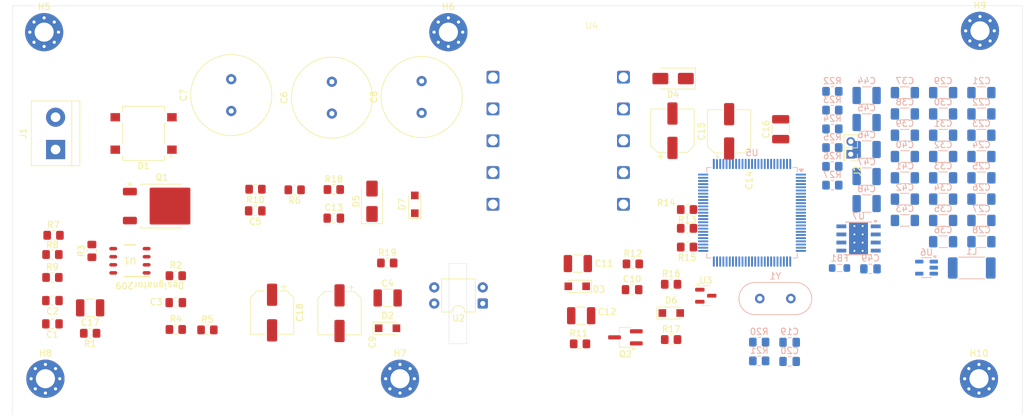
<source format=kicad_pcb>
(kicad_pcb (version 20241229) (generator "pcbnew") (generator_version "9.0")
  (layers (0 "F.Cu" signal) (4 "In1.Cu" signal) (6 "In2.Cu" signal) (2 "B.Cu" signal) (13 "F.Paste" user) (15 "B.Paste" user) (5 "F.SilkS" user "F.Silkscreen") (7 "B.SilkS" user "B.Silkscreen") (1 "F.Mask" user) (3 "B.Mask" user) (25 "Edge.Cuts" user))
  (net 0 "")
  (net 1 "Net-(U1-RC)")
  (net 2 "GND")
  (net 3 "FB")
  (net 4 "COMP")
  (net 5 "VCC")
  (net 6 "Net-(U1-OUT)")
  (net 7 "CS")
  (net 8 "Net-(C5-Pad1)")
  (net 9 "Net-(U3-REF)")
  (net 10 "Net-(C10-Pad1)")
  (net 11 "Net-(Q1-S)")
  (net 12 "Net-(Q1-G)")
  (net 13 "VREF")
  (net 14 "VSENSE")
  (net 15 "Net-(R11-Pad1)")
  (net 16 "Net-(R14-Pad2)")
  (net 17 "GNDS")
  (net 18 "VBULK")
  (net 19 "Net-(D3-K)")
  (net 20 "Net-(Q2-E)")
  (net 21 "Net-(D5-K)")
  (net 22 "VOUT")
  (net 23 "Net-(D6-K)")
  (net 24 "Net-(D3-A)")
  (net 25 "Net-(D7-K)")
  (net 26 "Net-(D4-A)")
  (net 27 "SW")
  (net 28 "Vaux")
  (net 33 "Net-(J1-Pin_2)")
  (net 34 "/Vline")
  (net 41 "Net-(U5-VSS-Pad10)")
  (net 121 "Net-(C19-Pad1)")
  (net 122 "Net-(C20-Pad1)")
  (net 123 "OSC32_IN")
  (net 124 "OSC32_OUT")
  (net 125 "5V")
  (net 126 "VREF+")
  (net 127 "3V")
  (net 128 "Net-(U6-BYP)")
  (net 129 "VDDA")
  (net 130 "VDD")
  (net 131 "VBAT")
  (net 132 "Net-(U7-VREG5)")
  (net 133 "Net-(U7-SW)")
  (net 134 "Net-(U7-VBST)")
  (net 135 "Net-(U7-VFB)")
  (net 136 "Net-(FB1-Pad2)")
  (net 137 "Net-(U7-PG)")
  (net 138 "Net-(U7-EN)")
  (footprint "Resistor_SMD:R_0805_2012Metric_Pad1.20x1.40mm_HandSolder" (layer "F.Cu") (at 131.8 68.5 180)
    (property "Reference" "R10" (at 0 -1.65 0) (layer "F.SilkS"))
    (property "Value" "24K")
    (pad "1" smd roundrect (at -1 0 180) (size 1.2 1.4) (layers "F.Cu" "F.Mask" "F.Paste") (roundrect_rratio 0.208333) (net 8 "Net-(C5-Pad1)"))
    (pad "2" smd roundrect (at 1 0 180) (size 1.2 1.4) (layers "F.Cu" "F.Mask" "F.Paste") (roundrect_rratio 0.208333) (net 1 "Net-(U1-RC)"))
  )
  (footprint "Resistor_SMD:R_0805_2012Metric_Pad1.20x1.40mm_HandSolder" (layer "F.Cu") (at 99.9025 78.7725)
    (property "Reference" "R8" (at 0 -1.4975 0) (layer "F.SilkS"))
    (property "Value" "5k")
    (pad "1" smd roundrect (at -1 0) (size 1.2 1.4) (layers "F.Cu" "F.Mask" "F.Paste") (roundrect_rratio 0.208333) (net 11 "Net-(Q1-S)"))
    (pad "2" smd roundrect (at 1 0) (size 1.2 1.4) (layers "F.Cu" "F.Mask" "F.Paste") (roundrect_rratio 0.208333) (net 7 "CS"))
  )
  (footprint "MountingHole:MountingHole_3mm_Pad_Via" (layer "F.Cu") (at 245.45 98.30901)
    (property "Reference" "H10" (at 0 -4 0) (layer "F.SilkS"))
    (property "Value" "MountingHole_Pad")
    (pad "1" thru_hole circle (at -2.25 0) (size 0.8 0.8) (drill 0.5) (layers "*.Cu" "*.Mask") (net 17 "GNDS"))
    (pad "1" thru_hole circle (at -1.59099 -1.59099) (size 0.8 0.8) (drill 0.5) (layers "*.Cu" "*.Mask") (net 17 "GNDS"))
    (pad "1" thru_hole circle (at -1.59099 1.59099) (size 0.8 0.8) (drill 0.5) (layers "*.Cu" "*.Mask") (net 17 "GNDS"))
    (pad "1" thru_hole circle (at 0 -2.25) (size 0.8 0.8) (drill 0.5) (layers "*.Cu" "*.Mask") (net 17 "GNDS"))
    (pad "1" thru_hole circle (at 0 0) (size 6 6) (drill 3) (layers "*.Cu" "*.Mask") (net 17 "GNDS"))
    (pad "1" thru_hole circle (at 0 2.25) (size 0.8 0.8) (drill 0.5) (layers "*.Cu" "*.Mask") (net 17 "GNDS"))
    (pad "1" thru_hole circle (at 1.59099 -1.59099) (size 0.8 0.8) (drill 0.5) (layers "*.Cu" "*.Mask") (net 17 "GNDS"))
    (pad "1" thru_hole circle (at 1.59099 1.59099) (size 0.8 0.8) (drill 0.5) (layers "*.Cu" "*.Mask") (net 17 "GNDS"))
    (pad "1" thru_hole circle (at 2.25 0) (size 0.8 0.8) (drill 0.5) (layers "*.Cu" "*.Mask") (net 17 "GNDS"))
  )
  (footprint "flyback_transformer:transformer" (layer "F.Cu") (at 184.6 45.875)
    (property "Reference" "U4" (at 0 -3.09851 0) (layer "F.SilkS") (effects (font (thickness 0.1))))
    (property "Value" "~")
    (pad "1" thru_hole roundrect (at 5 5) (size 2 2) (drill 1.5) (layers "*.Cu" "*.Mask") (roundrect_rratio 0.15))
    (pad "2" thru_hole roundrect (at 5 10) (size 2 2) (drill 1.5) (layers "*.Cu" "*.Mask") (roundrect_rratio 0.15) (net 26 "Net-(D4-A)"))
    (pad "3" thru_hole roundrect (at 5 15) (size 2 2) (drill 1.5) (layers "*.Cu" "*.Mask") (roundrect_rratio 0.15))
    (pad "4" thru_hole roundrect (at 5 20) (size 2 2) (drill 1.5) (layers "*.Cu" "*.Mask") (roundrect_rratio 0.15) (net 17 "GNDS"))
    (pad "5" thru_hole roundrect (at 5 25) (size 2 2) (drill 1.5) (layers "*.Cu" "*.Mask") (roundrect_rratio 0.15))
    (pad "6" thru_hole roundrect (at -15.5 25) (size 2 2) (drill 1.5) (layers "*.Cu" "*.Mask") (roundrect_rratio 0.125) (net 2 "GND"))
    (pad "7" thru_hole roundrect (at -15.5 20) (size 2 2) (drill 1.5) (layers "*.Cu" "*.Mask") (roundrect_rratio 0.15) (net 28 "Vaux"))
    (pad "8" thru_hole roundrect (at -15.5 15) (size 2 2) (drill 1.5) (layers "*.Cu" "*.Mask") (roundrect_rratio 0.15) (net 18 "VBULK"))
    (pad "9" thru_hole roundrect (at -15.5 10) (size 2 2) (drill 1.5) (layers "*.Cu" "*.Mask") (roundrect_rratio 0.15))
    (pad "10" thru_hole roundrect (at -15.5 5) (size 2 2) (drill 1.5) (layers "*.Cu" "*.Mask") (roundrect_rratio 0.15) (net 27 "SW"))
  )
  (footprint "Capacitor_SMD:C_1210_3225Metric_Pad1.33x2.70mm_HandSolder" (layer "F.Cu") (at 182.4375 80.2 180)
    (property "Reference" "C11" (at -4.1275 0.035 0) (layer "F.SilkS"))
    (property "Value" "1u")
    (pad "1" smd roundrect (at -1.5625 0 180) (size 1.325 2.7) (layers "F.Cu" "F.Mask" "F.Paste") (roundrect_rratio 0.188679) (net 19 "Net-(D3-K)"))
    (pad "2" smd roundrect (at 1.5625 0 180) (size 1.325 2.7) (layers "F.Cu" "F.Mask" "F.Paste") (roundrect_rratio 0.188679) (net 17 "GNDS"))
  )
  (footprint "Diode_SMD:D_SMA" (layer "F.Cu") (at 150.1 70.4 90)
    (property "Reference" "D5" (at 0 -2.5 90) (layer "F.SilkS"))
    (property "Value" "D_Schottky")
    (pad "1" smd roundrect (at -2 0 90) (size 2.5 1.8) (layers "F.Cu" "F.Mask" "F.Paste") (roundrect_rratio 0.1388888889) (net 21 "Net-(D5-K)"))
    (pad "2" smd roundrect (at 2 0 90) (size 2.5 1.8) (layers "F.Cu" "F.Mask" "F.Paste") (roundrect_rratio 0.1388888889) (net 27 "SW"))
  )
  (footprint "MountingHole:MountingHole_3mm_Pad_Via" (layer "F.Cu") (at 98.8 98.30901)
    (property "Reference" "H8" (at 0 -4 0) (layer "F.SilkS"))
    (property "Value" "MountingHole_Pad")
    (pad "1" thru_hole circle (at -2.25 0) (size 0.8 0.8) (drill 0.5) (layers "*.Cu" "*.Mask") (net 2 "GND"))
    (pad "1" thru_hole circle (at -1.59099 -1.59099) (size 0.8 0.8) (drill 0.5) (layers "*.Cu" "*.Mask") (net 2 "GND"))
    (pad "1" thru_hole circle (at -1.59099 1.59099) (size 0.8 0.8) (drill 0.5) (layers "*.Cu" "*.Mask") (net 2 "GND"))
    (pad "1" thru_hole circle (at 0 -2.25) (size 0.8 0.8) (drill 0.5) (layers "*.Cu" "*.Mask") (net 2 "GND"))
    (pad "1" thru_hole circle (at 0 0) (size 6 6) (drill 3) (layers "*.Cu" "*.Mask") (net 2 "GND"))
    (pad "1" thru_hole circle (at 0 2.25) (size 0.8 0.8) (drill 0.5) (layers "*.Cu" "*.Mask") (net 2 "GND"))
    (pad "1" thru_hole circle (at 1.59099 -1.59099) (size 0.8 0.8) (drill 0.5) (layers "*.Cu" "*.Mask") (net 2 "GND"))
    (pad "1" thru_hole circle (at 1.59099 1.59099) (size 0.8 0.8) (drill 0.5) (layers "*.Cu" "*.Mask") (net 2 "GND"))
    (pad "1" thru_hole circle (at 2.25 0) (size 0.8 0.8) (drill 0.5) (layers "*.Cu" "*.Mask") (net 2 "GND"))
  )
  (footprint "Capacitor_SMD:C_1210_3225Metric_Pad1.33x2.70mm_HandSolder" (layer "F.Cu") (at 182.9625 88.4 180)
    (property "Reference" "C12" (at -4.0525 0.615 0) (layer "F.SilkS"))
    (property "Value" "0.1u")
    (pad "1" smd roundrect (at -1.5625 0 180) (size 1.325 2.7) (layers "F.Cu" "F.Mask" "F.Paste") (roundrect_rratio 0.188679) (net 20 "Net-(Q2-E)"))
    (pad "2" smd roundrect (at 1.5625 0 180) (size 1.325 2.7) (layers "F.Cu" "F.Mask" "F.Paste") (roundrect_rratio 0.188679) (net 17 "GNDS"))
  )
  (footprint "Package_DIP:DIP-4_W7.62mm" (layer "F.Cu") (at 167.5 86.48 180)
    (property "Reference" "U2" (at 3.81 -2.33 0) (layer "F.SilkS"))
    (property "Value" "LTV-817")
    (pad "1" thru_hole roundrect (at 0 0 180) (size 1.6 1.6) (drill 0.8) (layers "*.Cu" "*.Mask") (roundrect_rratio 0.15625) (net 15 "Net-(R11-Pad1)"))
    (pad "2" thru_hole circle (at 0 2.54 180) (size 1.6 1.6) (drill 0.8) (layers "*.Cu" "*.Mask") (net 24 "Net-(D3-A)"))
    (pad "3" thru_hole circle (at 7.62 2.54 180) (size 1.6 1.6) (drill 0.8) (layers "*.Cu" "*.Mask") (net 14 "VSENSE"))
    (pad "4" thru_hole circle (at 7.62 0 180) (size 1.6 1.6) (drill 0.8) (layers "*.Cu" "*.Mask") (net 13 "VREF"))
  )
  (footprint "Resistor_SMD:R_0805_2012Metric_Pad1.20x1.40mm_HandSolder" (layer "F.Cu") (at 119.28 82.11)
    (property "Reference" "R2" (at 0 -1.65 0) (layer "F.SilkS"))
    (property "Value" "10k")
    (pad "1" smd roundrect (at -1 0) (size 1.2 1.4) (layers "F.Cu" "F.Mask" "F.Paste") (roundrect_rratio 0.208333) (net 4 "COMP"))
    (pad "2" smd roundrect (at 1 0) (size 1.2 1.4) (layers "F.Cu" "F.Mask" "F.Paste") (roundrect_rratio 0.208333) (net 3 "FB"))
  )
  (footprint "Resistor_SMD:R_0805_2012Metric_Pad1.20x1.40mm_HandSolder" (layer "F.Cu") (at 105.8267 91.16 180)
    (property "Reference" "R1" (at 0 -1.65 0) (layer "F.SilkS"))
    (property "Value" "10k")
    (pad "1" smd roundrect (at -1 0 180) (size 1.2 1.4) (layers "F.Cu" "F.Mask" "F.Paste") (roundrect_rratio 0.208333) (net 13 "VREF"))
    (pad "2" smd roundrect (at 1 0 180) (size 1.2 1.4) (layers "F.Cu" "F.Mask" "F.Paste") (roundrect_rratio 0.208333) (net 1 "Net-(U1-RC)"))
  )
  (footprint "TerminalBlock:TerminalBlock_bornier-2_P5.08mm" (layer "F.Cu") (at 100.395 62.26 90)
    (property "Reference" "J1" (at 2.54 -5.08 90) (layer "F.SilkS"))
    (property "Value" "Conn_01x02_Pin")
    (pad "1" thru_hole rect (at 0 0 90) (size 3 3) (drill 1.52) (layers "*.Cu" "*.Mask") (net 34 "/Vline"))
    (pad "2" thru_hole circle (at 5.08 0 90) (size 3 3) (drill 1.52) (layers "*.Cu" "*.Mask") (net 33 "Net-(J1-Pin_2)"))
  )
  (footprint "Capacitor_SMD:CP_Elec_6.3x9.9" (layer "F.Cu") (at 145 88 -90)
    (property "Reference" "C9" (at 4.55 -5.17 90) (layer "F.SilkS"))
    (property "Value" "100u")
    (pad "1" smd roundrect (at -2.8 0 270) (size 3.5 1.6) (layers "F.Cu" "F.Mask" "F.Paste") (roundrect_rratio 0.15625) (net 5 "VCC"))
    (pad "2" smd roundrect (at 2.8 0 270) (size 3.5 1.6) (layers "F.Cu" "F.Mask" "F.Paste") (roundrect_rratio 0.15625) (net 2 "GND"))
  )
  (footprint "Resistor_SMD:R_0805_2012Metric_Pad1.20x1.40mm_HandSolder" (layer "F.Cu") (at 199.6 71.7 180)
    (property "Reference" "R13" (at -0.03 -1.57 0) (layer "F.SilkS"))
    (property "Value" "30k")
    (pad "1" smd roundrect (at -1 0 180) (size 1.2 1.4) (layers "F.Cu" "F.Mask" "F.Paste") (roundrect_rratio 0.208333) (net 22 "VOUT"))
    (pad "2" smd roundrect (at 1 0 180) (size 1.2 1.4) (layers "F.Cu" "F.Mask" "F.Paste") (roundrect_rratio 0.208333) (net 9 "Net-(U3-REF)"))
  )
  (footprint "Diode_SMD:Nexperia_CFP3_SOD-123W" (layer "F.Cu") (at 156.825 70.875 90)
    (property "Reference" "D7" (at 0 -2 90) (layer "F.SilkS"))
    (property "Value" "D_Schottky")
    (pad "1" smd rect (at -1.4 0 90) (size 1.2 1.2) (layers "F.Cu" "F.Mask" "F.Paste") (net 25 "Net-(D7-K)"))
    (pad "2" smd rect (at 1.4 0 90) (size 1.2 1.2) (layers "F.Cu" "F.Mask" "F.Paste") (net 28 "Vaux"))
  )
  (footprint "Capacitor_THT:C_Radial_D12.5mm_H20.0mm_P5.00mm" (layer "F.Cu") (at 143.8 56.6 90)
    (property "Reference" "C6" (at 2.5 -7.5 90) (layer "F.SilkS"))
    (property "Value" "22u")
    (pad "1" thru_hole circle (at 0 0 90) (size 1.6 1.6) (drill 0.8) (layers "*.Cu" "*.Mask") (net 18 "VBULK"))
    (pad "2" thru_hole circle (at 5 0 90) (size 1.6 1.6) (drill 0.8) (layers "*.Cu" "*.Mask") (net 2 "GND"))
  )
  (footprint "Resistor_SMD:R_0805_2012Metric_Pad1.20x1.40mm_HandSolder" (layer "F.Cu") (at 144.1 68.55)
    (property "Reference" "R18" (at 0 -1.65 0) (layer "F.SilkS"))
    (property "Value" "100k")
    (pad "1" smd roundrect (at -1 0) (size 1.2 1.4) (layers "F.Cu" "F.Mask" "F.Paste") (roundrect_rratio 0.208333) (net 18 "VBULK"))
    (pad "2" smd roundrect (at 1 0) (size 1.2 1.4) (layers "F.Cu" "F.Mask" "F.Paste") (roundrect_rratio 0.208333) (net 21 "Net-(D5-K)"))
  )
  (footprint "MountingHole:MountingHole_3mm_Pad_Via" (layer "F.Cu") (at 98.6 43.8)
    (property "Reference" "H5" (at 0 -4 0) (layer "F.SilkS"))
    (property "Value" "MountingHole_Pad")
    (pad "1" thru_hole circle (at -2.25 0) (size 0.8 0.8) (drill 0.5) (layers "*.Cu" "*.Mask") (net 2 "GND"))
    (pad "1" thru_hole circle (at -1.59099 -1.59099) (size 0.8 0.8) (drill 0.5) (layers "*.Cu" "*.Mask") (net 2 "GND"))
    (pad "1" thru_hole circle (at -1.59099 1.59099) (size 0.8 0.8) (drill 0.5) (layers "*.Cu" "*.Mask") (net 2 "GND"))
    (pad "1" thru_hole circle (at 0 -2.25) (size 0.8 0.8) (drill 0.5) (layers "*.Cu" "*.Mask") (net 2 "GND"))
    (pad "1" thru_hole circle (at 0 0) (size 6 6) (drill 3) (layers "*.Cu" "*.Mask") (net 2 "GND"))
    (pad "1" thru_hole circle (at 0 2.25) (size 0.8 0.8) (drill 0.5) (layers "*.Cu" "*.Mask") (net 2 "GND"))
    (pad "1" thru_hole circle (at 1.59099 -1.59099) (size 0.8 0.8) (drill 0.5) (layers "*.Cu" "*.Mask") (net 2 "GND"))
    (pad "1" thru_hole circle (at 1.59099 1.59099) (size 0.8 0.8) (drill 0.5) (layers "*.Cu" "*.Mask") (net 2 "GND"))
    (pad "1" thru_hole circle (at 2.25 0) (size 0.8 0.8) (drill 0.5) (layers "*.Cu" "*.Mask") (net 2 "GND"))
  )
  (footprint "Resistor_SMD:R_0805_2012Metric_Pad1.20x1.40mm_HandSolder" (layer "F.Cu") (at 152.5 80.1)
    (property "Reference" "R19" (at 0 -1.65 0) (layer "F.SilkS"))
    (property "Value" "10")
    (pad "1" smd roundrect (at -1 0) (size 1.2 1.4) (layers "F.Cu" "F.Mask" "F.Paste") (roundrect_rratio 0.208333) (net 5 "VCC"))
    (pad "2" smd roundrect (at 1 0) (size 1.2 1.4) (layers "F.Cu" "F.Mask" "F.Paste") (roundrect_rratio 0.208333) (net 25 "Net-(D7-K)"))
  )
  (footprint "Capacitor_SMD:C_1210_3225Metric_Pad1.33x2.70mm_HandSolder" (layer "F.Cu") (at 214.3 59.0625 90)
    (property "Reference" "C16" (at 0 -2.3 90) (layer "F.SilkS"))
    (property "Value" "0.1u")
    (pad "1" smd roundrect (at -1.5625 0 90) (size 1.325 2.7) (layers "F.Cu" "F.Mask" "F.Paste") (roundrect_rratio 0.188679) (net 22 "VOUT"))
    (pad "2" smd roundrect (at 1.5625 0 90) (size 1.325 2.7) (layers "F.Cu" "F.Mask" "F.Paste") (roundrect_rratio 0.188679) (net 17 "GNDS"))
  )
  (footprint "Capacitor_SMD:C_0805_2012Metric_Pad1.18x1.45mm_HandSolder" (layer "F.Cu") (at 144.1 73.05)
    (property "Reference" "C13" (at 0 -1.68 0) (layer "F.SilkS"))
    (property "Value" "1n")
    (pad "1" smd roundrect (at -1.0375 0) (size 1.175 1.45) (layers "F.Cu" "F.Mask" "F.Paste") (roundrect_rratio 0.212766) (net 18 "VBULK"))
    (pad "2" smd roundrect (at 1.0375 0) (size 1.175 1.45) (layers "F.Cu" "F.Mask" "F.Paste") (roundrect_rratio 0.212766) (net 21 "Net-(D5-K)"))
  )
  (footprint "Capacitor_THT:C_Radial_D12.5mm_H20.0mm_P5.00mm" (layer "F.Cu") (at 157.9 56.5 90)
    (property "Reference" "C8" (at 2.5 -7.5 90) (layer "F.SilkS"))
    (property "Value" "22u")
    (pad "1" thru_hole circle (at 0 0 90) (size 1.6 1.6) (drill 0.8) (layers "*.Cu" "*.Mask") (net 18 "VBULK"))
    (pad "2" thru_hole circle (at 5 0 90) (size 1.6 1.6) (drill 0.8) (layers "*.Cu" "*.Mask") (net 2 "GND"))
  )
  (footprint "Package_TO_SOT_SMD:TSOT-23_HandSoldering" (layer "F.Cu") (at 189.91 91.8 180)
    (property "Reference" "Q2" (at 0 -2.65 0) (layer "F.SilkS"))
    (property "Value" "NPN")
    (pad "1" smd roundrect (at -1.71 -0.95 180) (size 2 0.65) (layers "F.Cu" "F.Mask" "F.Paste") (net 22 "VOUT"))
    (pad "2" smd roundrect (at -1.71 0.95 180) (size 2 0.65) (layers "F.Cu" "F.Mask" "F.Paste") (net 23 "Net-(D6-K)"))
    (pad "3" smd roundrect (at 1.71 0 180) (size 2 0.65) (layers "F.Cu" "F.Mask" "F.Paste") (net 20 "Net-(Q2-E)"))
  )
  (footprint "Resistor_SMD:R_0805_2012Metric_Pad1.20x1.40mm_HandSolder" (layer "F.Cu") (at 182.785 92.82)
    (property "Reference" "R11" (at -0.2225 -1.69 0) (layer "F.SilkS"))
    (property "Value" "1k")
    (pad "1" smd roundrect (at -1 0) (size 1.2 1.4) (layers "F.Cu" "F.Mask" "F.Paste") (roundrect_rratio 0.208333) (net 15 "Net-(R11-Pad1)"))
    (pad "2" smd roundrect (at 1 0) (size 1.2 1.4) (layers "F.Cu" "F.Mask" "F.Paste") (roundrect_rratio 0.208333) (net 20 "Net-(Q2-E)"))
  )
  (footprint "Diode_SMD:Diode_Bridge_OnSemi_SDIP-4L" (layer "F.Cu") (at 114.22 59.73 180)
    (property "Reference" "D1" (at 0 -5.1 0) (layer "F.SilkS"))
    (property "Value" "DF08S")
    (pad "1" smd rect (at -4.45 -2.55 180) (size 1.5 1.3) (layers "F.Cu" "F.Mask" "F.Paste") (net 18 "VBULK"))
    (pad "2" smd rect (at -4.45 2.55 180) (size 1.5 1.3) (layers "F.Cu" "F.Mask" "F.Paste") (net 2 "GND"))
    (pad "3" smd rect (at 4.45 2.55 180) (size 1.5 1.3) (layers "F.Cu" "F.Mask" "F.Paste") (net 33 "Net-(J1-Pin_2)"))
    (pad "4" smd rect (at 4.45 -2.55 180) (size 1.5 1.3) (layers "F.Cu" "F.Mask" "F.Paste") (net 34 "/Vline"))
  )
  (footprint "UCC2813-0:D0008A_L" (layer "F.Cu") (at 112.075 79.755 180)
    (property "Reference" "U1" (at 0 0 180) (layer "F.SilkS"))
    (property "Value" "UCC2813D-0")
    (fp_text user "Designator209" (at -3.1242 -3.8862 180) (layer "F.SilkS"))
    (pad "1" smd oval (at -2.625001 -1.905 270) (size 0.549999 1.25) (layers "F.Cu" "F.Mask" "F.Paste") (net 4 "COMP"))
    (pad "2" smd oval (at -2.625001 -0.635 270) (size 0.549999 1.25) (layers "F.Cu" "F.Mask" "F.Paste") (net 3 "FB"))
    (pad "3" smd oval (at -2.625001 0.635 270) (size 0.549999 1.25) (layers "F.Cu" "F.Mask" "F.Paste") (net 7 "CS"))
    (pad "4" smd oval (at -2.625001 1.905 270) (size 0.549999 1.25) (layers "F.Cu" "F.Mask" "F.Paste") (net 1 "Net-(U1-RC)"))
    (pad "5" smd oval (at 2.624999 1.905 270) (size 0.549999 1.25) (layers "F.Cu" "F.Mask" "F.Paste") (net 2 "GND"))
    (pad "6" smd oval (at 2.624999 0.635 270) (size 0.549999 1.25) (layers "F.Cu" "F.Mask" "F.Paste") (net 6 "Net-(U1-OUT)"))
    (pad "7" smd oval (at 2.624999 -0.635 270) (size 0.549999 1.25) (layers "F.Cu" "F.Mask" "F.Paste") (net 5 "VCC"))
    (pad "8" smd oval (at 2.624999 -1.905 270) (size 0.549999 1.25) (layers "F.Cu" "F.Mask" "F.Paste") (net 13 "VREF"))
  )
  (footprint "Capacitor_SMD:C_0805_2012Metric_Pad1.18x1.45mm_HandSolder" (layer "F.Cu") (at 190.9625 84.3)
    (property "Reference" "C10" (at 0 -1.68 0) (layer "F.SilkS"))
    (property "Value" "10n")
    (pad "1" smd roundrect (at -1.0375 0) (size 1.175 1.45) (layers "F.Cu" "F.Mask" "F.Paste") (roundrect_rratio 0.212766) (net 10 "Net-(C10-Pad1)"))
    (pad "2" smd roundrect (at 1.0375 0) (size 1.175 1.45) (layers "F.Cu" "F.Mask" "F.Paste") (roundrect_rratio 0.212766) (net 9 "Net-(U3-REF)"))
  )
  (footprint "Capacitor_SMD:CP_Elec_6.3x5.8" (layer "F.Cu") (at 197.3 59.3 90)
    (property "Reference" "C14" (at -7.8 12.05 90) (layer "F.SilkS"))
    (property "Value" "1000u")
    (pad "1" smd roundrect (at -2.7 0 90) (size 3.5 1.6) (layers "F.Cu" "F.Mask" "F.Paste") (roundrect_rratio 0.15625) (net 22 "VOUT"))
    (pad "2" smd roundrect (at 2.7 0 90) (size 3.5 1.6) (layers "F.Cu" "F.Mask" "F.Paste") (roundrect_rratio 0.15625) (net 17 "GNDS"))
  )
  (footprint "Resistor_SMD:R_0805_2012Metric_Pad1.20x1.40mm_HandSolder" (layer "F.Cu") (at 199.6 77.6 180)
    (property "Reference" "R15" (at 0 -1.65 0) (layer "F.SilkS"))
    (property "Value" "1k")
    (pad "1" smd roundrect (at -1 0 180) (size 1.2 1.4) (layers "F.Cu" "F.Mask" "F.Paste") (roundrect_rratio 0.208333) (net 16 "Net-(R14-Pad2)"))
    (pad "2" smd roundrect (at 1 0 180) (size 1.2 1.4) (layers "F.Cu" "F.Mask" "F.Paste") (roundrect_rratio 0.208333) (net 17 "GNDS"))
  )
  (footprint "Diode_SMD:Nexperia_CFP3_SOD-123W" (layer "F.Cu") (at 197.1125 87.975)
    (property "Reference" "D6" (at 0 -2 0) (layer "F.SilkS"))
    (property "Value" "4.7V_BZT52C4V7")
    (pad "1" smd rect (at -1.4 0) (size 1.2 1.2) (layers "F.Cu" "F.Mask" "F.Paste") (net 23 "Net-(D6-K)"))
    (pad "2" smd rect (at 1.4 0) (size 1.2 1.2) (layers "F.Cu" "F.Mask" "F.Paste") (net 17 "GNDS"))
  )
  (footprint "Resistor_SMD:R_0805_2012Metric_Pad1.20x1.40mm_HandSolder" (layer "F.Cu") (at 199.6 74.65)
    (property "Reference" "R14" (at -3.27 -4.03 0) (layer "F.SilkS"))
    (property "Value" "24k")
    (pad "1" smd roundrect (at -1 0) (size 1.2 1.4) (layers "F.Cu" "F.Mask" "F.Paste") (roundrect_rratio 0.208333) (net 9 "Net-(U3-REF)"))
    (pad "2" smd roundrect (at 1 0) (size 1.2 1.4) (layers "F.Cu" "F.Mask" "F.Paste") (roundrect_rratio 0.208333) (net 16 "Net-(R14-Pad2)"))
  )
  (footprint "Capacitor_SMD:C_0805_2012Metric_Pad1.18x1.45mm_HandSolder" (layer "F.Cu") (at 131.7625 71.905 180)
    (property "Reference" "C5" (at 0 -1.68 0) (layer "F.SilkS"))
    (property "Value" "10n")
    (pad "1" smd roundrect (at -1.0375 0 180) (size 1.175 1.45) (layers "F.Cu" "F.Mask" "F.Paste") (roundrect_rratio 0.212766) (net 8 "Net-(C5-Pad1)"))
    (pad "2" smd roundrect (at 1.0375 0 180) (size 1.175 1.45) (layers "F.Cu" "F.Mask" "F.Paste") (roundrect_rratio 0.212766) (net 7 "CS"))
  )
  (footprint "Capacitor_SMD:CP_Elec_6.3x9.9" (layer "F.Cu") (at 134.4 87.9 -90)
    (property "Reference" "C18" (at 0 -4.35 90) (layer "F.SilkS"))
    (property "Value" "100u")
    (pad "1" smd roundrect (at -2.8 0 270) (size 3.5 1.6) (layers "F.Cu" "F.Mask" "F.Paste") (roundrect_rratio 0.15625) (net 5 "VCC"))
    (pad "2" smd roundrect (at 2.8 0 270) (size 3.5 1.6) (layers "F.Cu" "F.Mask" "F.Paste") (roundrect_rratio 0.15625) (net 2 "GND"))
  )
  (footprint "Resistor_SMD:R_0805_2012Metric_Pad1.20x1.40mm_HandSolder" (layer "F.Cu") (at 191.075 80.25)
    (property "Reference" "R12" (at 0 -1.65 0) (layer "F.SilkS"))
    (property "Value" "82k")
    (pad "1" smd roundrect (at -1 0) (size 1.2 1.4) (layers "F.Cu" "F.Mask" "F.Paste") (roundrect_rratio 0.208333) (net 10 "Net-(C10-Pad1)"))
    (pad "2" smd roundrect (at 1 0) (size 1.2 1.4) (layers "F.Cu" "F.Mask" "F.Paste") (roundrect_rratio 0.208333) (net 24 "Net-(D3-A)"))
  )
  (footprint "Resistor_SMD:R_0805_2012Metric_Pad1.20x1.40mm_HandSolder" (layer "F.Cu") (at 106.1 78.2 90)
    (property "Reference" "R3" (at 0 -1.65 90) (layer "F.SilkS"))
    (property "Value" "10")
    (pad "1" smd roundrect (at -1 0 90) (size 1.2 1.4) (layers "F.Cu" "F.Mask" "F.Paste") (roundrect_rratio 0.208333) (net 6 "Net-(U1-OUT)"))
    (pad "2" smd roundrect (at 1 0 90) (size 1.2 1.4) (layers "F.Cu" "F.Mask" "F.Paste") (roundrect_rratio 0.208333) (net 12 "Net-(Q1-G)"))
  )
  (footprint "Diode_SMD:Nexperia_CFP3_SOD-123W" (layer "F.Cu") (at 152.54 90.3667)
    (property "Reference" "D2" (at 0 -2 0) (layer "F.SilkS"))
    (property "Value" "10V_BZT52C10" (hide yes))
    (pad "1" smd rect (at -1.4 0) (size 1.2 1.2) (layers "F.Cu" "F.Mask" "F.Paste") (net 5 "VCC"))
    (pad "2" smd rect (at 1.4 0) (size 1.2 1.2) (layers "F.Cu" "F.Mask" "F.Paste") (net 2 "GND"))
  )
  (footprint "Resistor_SMD:R_0805_2012Metric_Pad1.20x1.40mm_HandSolder" (layer "F.Cu") (at 119.28 90.5604)
    (property "Reference" "R4" (at 0 -1.65 0) (layer "F.SilkS"))
    (property "Value" "5k")
    (pad "1" smd roundrect (at -1 0) (size 1.2 1.4) (layers "F.Cu" "F.Mask" "F.Paste") (roundrect_rratio 0.208333) (net 3 "FB"))
    (pad "2" smd roundrect (at 1 0) (size 1.2 1.4) (layers "F.Cu" "F.Mask" "F.Paste") (roundrect_rratio 0.208333) (net 14 "VSENSE"))
  )
  (footprint "MountingHole:MountingHole_3mm_Pad_Via" (layer "F.Cu") (at 154.5 98.30901)
    (property "Reference" "H7" (at 0 -4 0) (layer "F.SilkS"))
    (property "Value" "MountingHole_Pad")
    (pad "1" thru_hole circle (at -2.25 0) (size 0.8 0.8) (drill 0.5) (layers "*.Cu" "*.Mask") (net 2 "GND"))
    (pad "1" thru_hole circle (at -1.59099 -1.59099) (size 0.8 0.8) (drill 0.5) (layers "*.Cu" "*.Mask") (net 2 "GND"))
    (pad "1" thru_hole circle (at -1.59099 1.59099) (size 0.8 0.8) (drill 0.5) (layers "*.Cu" "*.Mask") (net 2 "GND"))
    (pad "1" thru_hole circle (at 0 -2.25) (size 0.8 0.8) (drill 0.5) (layers "*.Cu" "*.Mask") (net 2 "GND"))
    (pad "1" thru_hole circle (at 0 0) (size 6 6) (drill 3) (layers "*.Cu" "*.Mask") (net 2 "GND"))
    (pad "1" thru_hole circle (at 0 2.25) (size 0.8 0.8) (drill 0.5) (layers "*.Cu" "*.Mask") (net 2 "GND"))
    (pad "1" thru_hole circle (at 1.59099 -1.59099) (size 0.8 0.8) (drill 0.5) (layers "*.Cu" "*.Mask") (net 2 "GND"))
    (pad "1" thru_hole circle (at 1.59099 1.59099) (size 0.8 0.8) (drill 0.5) (layers "*.Cu" "*.Mask") (net 2 "GND"))
    (pad "1" thru_hole circle (at 2.25 0) (size 0.8 0.8) (drill 0.5) (layers "*.Cu" "*.Mask") (net 2 "GND"))
  )
  (footprint "MountingHole:MountingHole_3mm_Pad_Via" (layer "F.Cu") (at 245.60901 43.59099)
    (property "Reference" "H9" (at 0 -4 0) (layer "F.SilkS"))
    (property "Value" "MountingHole_Pad")
    (pad "1" thru_hole circle (at -2.25 0) (size 0.8 0.8) (drill 0.5) (layers "*.Cu" "*.Mask") (net 17 "GNDS"))
    (pad "1" thru_hole circle (at -1.59099 -1.59099) (size 0.8 0.8) (drill 0.5) (layers "*.Cu" "*.Mask") (net 17 "GNDS"))
    (pad "1" thru_hole circle (at -1.59099 1.59099) (size 0.8 0.8) (drill 0.5) (layers "*.Cu" "*.Mask") (net 17 "GNDS"))
    (pad "1" thru_hole circle (at 0 -2.25) (size 0.8 0.8) (drill 0.5) (layers "*.Cu" "*.Mask") (net 17 "GNDS"))
    (pad "1" thru_hole circle (at 0 0) (size 6 6) (drill 3) (layers "*.Cu" "*.Mask") (net 17 "GNDS"))
    (pad "1" thru_hole circle (at 0 2.25) (size 0.8 0.8) (drill 0.5) (layers "*.Cu" "*.Mask") (net 17 "GNDS"))
    (pad "1" thru_hole circle (at 1.59099 -1.59099) (size 0.8 0.8) (drill 0.5) (layers "*.Cu" "*.Mask") (net 17 "GNDS"))
    (pad "1" thru_hole circle (at 1.59099 1.59099) (size 0.8 0.8) (drill 0.5) (layers "*.Cu" "*.Mask") (net 17 "GNDS"))
    (pad "1" thru_hole circle (at 2.25 0) (size 0.8 0.8) (drill 0.5) (layers "*.Cu" "*.Mask") (net 17 "GNDS"))
  )
  (footprint "Capacitor_SMD:C_1210_3225Metric_Pad1.33x2.70mm_HandSolder" (layer "F.Cu") (at 152.5625 85.6)
    (property "Reference" "C4" (at 0 -2.3 0) (layer "F.SilkS"))
    (property "Value" "3.3u")
    (pad "1" smd roundrect (at -1.5625 0) (size 1.325 2.7) (layers "F.Cu" "F.Mask" "F.Paste") (roundrect_rratio 0.188679) (net 5 "VCC"))
    (pad "2" smd roundrect (at 1.5625 0) (size 1.325 2.7) (layers "F.Cu" "F.Mask" "F.Paste") (roundrect_rratio 0.188679) (net 2 "GND"))
  )
  (footprint "Capacitor_SMD:C_0805_2012Metric_Pad1.18x1.45mm_HandSolder" (layer "F.Cu") (at 99.9025 86.0125 180)
    (property "Reference" "C2" (at 0 -1.68 0) (layer "F.SilkS"))
    (property "Value" "220p")
    (pad "1" smd roundrect (at -1.0375 0 180) (size 1.175 1.45) (layers "F.Cu" "F.Mask" "F.Paste") (roundrect_rratio 0.212766) (net 7 "CS"))
    (pad "2" smd roundrect (at 1.0375 0 180) (size 1.175 1.45) (layers "F.Cu" "F.Mask" "F.Paste") (roundrect_rratio 0.212766) (net 2 "GND"))
  )
  (footprint "Package_TO_SOT_SMD:SOT-23" (layer "F.Cu") (at 202.5375 85.25)
    (property "Reference" "U3" (at 0 -2.4 0) (layer "F.SilkS"))
    (property "Value" "TL431DBZ")
    (pad "1" smd roundrect (at -0.9375 -0.95) (size 1.475 0.6) (layers "F.Cu" "F.Mask" "F.Paste") (net 24 "Net-(D3-A)"))
    (pad "2" smd roundrect (at -0.9375 0.95) (size 1.475 0.6) (layers "F.Cu" "F.Mask" "F.Paste") (net 9 "Net-(U3-REF)"))
    (pad "3" smd roundrect (at 0.9375 0) (size 1.475 0.6) (layers "F.Cu" "F.Mask" "F.Paste") (net 17 "GNDS"))
  )
  (footprint "Diode_SMD:Nexperia_CFP3_SOD-123W" (layer "F.Cu") (at 182.34 83.7683 180)
    (property "Reference" "D3" (at -3.4 -0.4717 0) (layer "F.SilkS"))
    (property "Value" "D_Schottky")
    (pad "1" smd rect (at -1.4 0 180) (size 1.2 1.2) (layers "F.Cu" "F.Mask" "F.Paste") (net 19 "Net-(D3-K)"))
    (pad "2" smd rect (at 1.4 0 180) (size 1.2 1.2) (layers "F.Cu" "F.Mask" "F.Paste") (net 24 "Net-(D3-A)"))
  )
  (footprint "Capacitor_SMD:C_0805_2012Metric_Pad1.18x1.45mm_HandSolder" (layer "F.Cu") (at 119.28 86.3352)
    (property "Reference" "C3" (at -3.08 -0.0852 0) (layer "F.SilkS"))
    (property "Value" "2.2n")
    (pad "1" smd roundrect (at -1.0375 0) (size 1.175 1.45) (layers "F.Cu" "F.Mask" "F.Paste") (roundrect_rratio 0.212766) (net 4 "COMP"))
    (pad "2" smd roundrect (at 1.0375 0) (size 1.175 1.45) (layers "F.Cu" "F.Mask" "F.Paste") (roundrect_rratio 0.212766) (net 3 "FB"))
  )
  (footprint "Resistor_SMD:R_0805_2012Metric_Pad1.20x1.40mm_HandSolder" (layer "F.Cu") (at 100.0775 75.7475)
    (property "Reference" "R7" (at 0 -1.65 0) (layer "F.SilkS"))
    (property "Value" "500m")
    (pad "1" smd roundrect (at -1 0) (size 1.2 1.4) (layers "F.Cu" "F.Mask" "F.Paste") (roundrect_rratio 0.208333) (net 11 "Net-(Q1-S)"))
    (pad "2" smd roundrect (at 1 0) (size 1.2 1.4) (layers "F.Cu" "F.Mask" "F.Paste") (roundrect_rratio 0.208333) (net 2 "GND"))
  )
  (footprint "Resistor_SMD:R_0805_2012Metric_Pad1.20x1.40mm_HandSolder" (layer "F.Cu") (at 197.09 92.15)
    (property "Reference" "R17" (at 0 -1.65 0) (layer "F.SilkS"))
    (property "Value" "500")
    (pad "1" smd roundrect (at -1 0) (size 1.2 1.4) (layers "F.Cu" "F.Mask" "F.Paste") (roundrect_rratio 0.208333) (net 22 "VOUT"))
    (pad "2" smd roundrect (at 1 0) (size 1.2 1.4) (layers "F.Cu" "F.Mask" "F.Paste") (roundrect_rratio 0.208333) (net 23 "Net-(D6-K)"))
  )
  (footprint "MountingHole:MountingHole_3mm_Pad_Via" (layer "F.Cu") (at 162.1 43.8)
    (property "Reference" "H6" (at 0 -4 0) (layer "F.SilkS"))
    (property "Value" "MountingHole_Pad")
    (pad "1" thru_hole circle (at -2.25 0) (size 0.8 0.8) (drill 0.5) (layers "*.Cu" "*.Mask") (net 2 "GND"))
    (pad "1" thru_hole circle (at -1.59099 -1.59099) (size 0.8 0.8) (drill 0.5) (layers "*.Cu" "*.Mask") (net 2 "GND"))
    (pad "1" thru_hole circle (at -1.59099 1.59099) (size 0.8 0.8) (drill 0.5) (layers "*.Cu" "*.Mask") (net 2 "GND"))
    (pad "1" thru_hole circle (at 0 -2.25) (size 0.8 0.8) (drill 0.5) (layers "*.Cu" "*.Mask") (net 2 "GND"))
    (pad "1" thru_hole circle (at 0 0) (size 6 6) (drill 3) (layers "*.Cu" "*.Mask") (net 2 "GND"))
    (pad "1" thru_hole circle (at 0 2.25) (size 0.8 0.8) (drill 0.5) (layers "*.Cu" "*.Mask") (net 2 "GND"))
    (pad "1" thru_hole circle (at 1.59099 -1.59099) (size 0.8 0.8) (drill 0.5) (layers "*.Cu" "*.Mask") (net 2 "GND"))
    (pad "1" thru_hole circle (at 1.59099 1.59099) (size 0.8 0.8) (drill 0.5) (layers "*.Cu" "*.Mask") (net 2 "GND"))
    (pad "1" thru_hole circle (at 2.25 0) (size 0.8 0.8) (drill 0.5) (layers "*.Cu" "*.Mask") (net 2 "GND"))
  )
  (footprint "Capacitor_SMD:C_1210_3225Metric_Pad1.33x2.70mm_HandSolder" (layer "F.Cu") (at 105.8267 87.16 180)
    (property "Reference" "C17" (at 0 -2.3 0) (layer "F.SilkS"))
    (property "Value" "0.1u")
    (pad "1" smd roundrect (at -1.5625 0 180) (size 1.325 2.7) (layers "F.Cu" "F.Mask" "F.Paste") (roundrect_rratio 0.188679) (net 13 "VREF"))
    (pad "2" smd roundrect (at 1.5625 0 180) (size 1.325 2.7) (layers "F.Cu" "F.Mask" "F.Paste") (roundrect_rratio 0.188679) (net 2 "GND"))
  )
  (footprint "Capacitor_SMD:C_0805_2012Metric_Pad1.18x1.45mm_HandSolder" (layer "F.Cu") (at 99.9025 89.6775 180)
    (property "Reference" "C1" (at 0 -1.68 0) (layer "F.SilkS"))
    (property "Value" "1n")
    (pad "1" smd roundrect (at -1.0375 0 180) (size 1.175 1.45) (layers "F.Cu" "F.Mask" "F.Paste") (roundrect_rratio 0.212766) (net 1 "Net-(U1-RC)"))
    (pad "2" smd roundrect (at 1.0375 0 180) (size 1.175 1.45) (layers "F.Cu" "F.Mask" "F.Paste") (roundrect_rratio 0.212766) (net 2 "GND"))
  )
  (footprint "Diode_SMD:D_SMA" (layer "F.Cu") (at 197.4 51.1 180)
    (property "Reference" "D4" (at 0 -2.5 0) (layer "F.SilkS"))
    (property "Value" "D_Schottky")
    (pad "1" smd roundrect (at -2 0 180) (size 2.5 1.8) (layers "F.Cu" "F.Mask" "F.Paste") (roundrect_rratio 0.1388888889) (net 22 "VOUT"))
    (pad "2" smd roundrect (at 2 0 180) (size 2.5 1.8) (layers "F.Cu" "F.Mask" "F.Paste") (roundrect_rratio 0.1388888889) (net 26 "Net-(D4-A)"))
  )
  (footprint "Capacitor_SMD:CP_Elec_6.3x5.8" (layer "F.Cu") (at 206.2 59.4 90)
    (property "Reference" "C15" (at 0 -4.35 90) (layer "F.SilkS"))
    (property "Value" "1000u")
    (pad "1" smd roundrect (at -2.7 0 90) (size 3.5 1.6) (layers "F.Cu" "F.Mask" "F.Paste") (roundrect_rratio 0.15625) (net 22 "VOUT"))
    (pad "2" smd roundrect (at 2.7 0 90) (size 3.5 1.6) (layers "F.Cu" "F.Mask" "F.Paste") (roundrect_rratio 0.15625) (net 17 "GNDS"))
  )
  (footprint "Capacitor_THT:C_Radial_D12.5mm_H20.0mm_P5.00mm" (layer "F.Cu") (at 127.99 56.2 90)
    (property "Reference" "C7" (at 2.5 -7.5 90) (layer "F.SilkS"))
    (property "Value" "22u")
    (pad "1" thru_hole circle (at 0 0 90) (size 1.6 1.6) (drill 0.8) (layers "*.Cu" "*.Mask") (net 18 "VBULK"))
    (pad "2" thru_hole circle (at 5 0 90) (size 1.6 1.6) (drill 0.8) (layers "*.Cu" "*.Mask") (net 2 "GND"))
  )
  (footprint "Connector_PinSocket_2.00mm:PinSocket_2x01_P2.00mm_Vertical" (layer "F.Cu") (at 225.3 63 -90)
    (property "Reference" "J2" (at 2.625 -1.06 90) (layer "F.SilkS"))
    (property "Value" "Conn_01x02_Socket")
    (pad "1" thru_hole rect (at 0 0 270) (size 1.35 1.35) (drill 0.8) (layers "*.Cu" "*.Mask") (net 22 "VOUT"))
    (pad "2" thru_hole circle (at -2 0 270) (size 1.35 1.35) (drill 0.8) (layers "*.Cu" "*.Mask") (net 17 "GNDS"))
  )
  (footprint "Resistor_SMD:R_0805_2012Metric_Pad1.20x1.40mm_HandSolder" (layer "F.Cu") (at 124.2533 90.6254)
    (property "Reference" "R5" (at 0 -1.65 0) (layer "F.SilkS"))
    (property "Value" "1k")
    (pad "1" smd roundrect (at -1 0) (size 1.2 1.4) (layers "F.Cu" "F.Mask" "F.Paste") (roundrect_rratio 0.208333) (net 14 "VSENSE"))
    (pad "2" smd roundrect (at 1 0) (size 1.2 1.4) (layers "F.Cu" "F.Mask" "F.Paste") (roundrect_rratio 0.208333) (net 2 "GND"))
  )
  (footprint "Resistor_SMD:R_0805_2012Metric_Pad1.20x1.40mm_HandSolder" (layer "F.Cu") (at 99.9025 82.3775)
    (property "Reference" "R9" (at 0 -1.65 0) (layer "F.SilkS"))
    (property "Value" "100k")
    (pad "1" smd roundrect (at -1 0) (size 1.2 1.4) (layers "F.Cu" "F.Mask" "F.Paste") (roundrect_rratio 0.208333) (net 13 "VREF"))
    (pad "2" smd roundrect (at 1 0) (size 1.2 1.4) (layers "F.Cu" "F.Mask" "F.Paste") (roundrect_rratio 0.208333) (net 7 "CS"))
  )
  (footprint "Package_TO_SOT_SMD:TO-252-2" (layer "F.Cu") (at 117.11 71.15)
    (property "Reference" "Q1" (at 0 -4.5 0) (layer "F.SilkS"))
    (property "Value" "IPD60R145CFD7ATMA1")
    (pad "1" smd roundrect (at -5.04 -2.28) (size 2.2 1.2) (layers "F.Cu" "F.Mask" "F.Paste") (roundrect_rratio 0.208333) (net 12 "Net-(Q1-G)"))
    (pad "2" smd roundrect (at 1.26 0) (size 6.4 5.8) (layers "F.Cu" "F.Mask") (roundrect_rratio 0.043103) (net 27 "SW"))
    (pad "3" smd roundrect (at -5.04 2.28) (size 2.2 1.2) (layers "F.Cu" "F.Mask" "F.Paste") (roundrect_rratio 0.208333) (net 11 "Net-(Q1-S)"))
  )
  (footprint "Resistor_SMD:R_0805_2012Metric_Pad1.20x1.40mm_HandSolder" (layer "F.Cu") (at 197.09 83.45)
    (property "Reference" "R16" (at 0 -1.65 0) (layer "F.SilkS"))
    (property "Value" "47K")
    (pad "1" smd roundrect (at -1 0) (size 1.2 1.4) (layers "F.Cu" "F.Mask" "F.Paste") (roundrect_rratio 0.208333) (net 19 "Net-(D3-K)"))
    (pad "2" smd roundrect (at 1 0) (size 1.2 1.4) (layers "F.Cu" "F.Mask" "F.Paste") (roundrect_rratio 0.208333) (net 22 "VOUT"))
  )
  (footprint "Resistor_SMD:R_0805_2012Metric_Pad1.20x1.40mm_HandSolder" (layer "F.Cu") (at 137.95 68.6 180)
    (property "Reference" "R6" (at 0 -1.65 0) (layer "F.SilkS"))
    (property "Value" "300k")
    (pad "1" smd roundrect (at -1 0 180) (size 1.2 1.4) (layers "F.Cu" "F.Mask" "F.Paste") (roundrect_rratio 0.208333) (net 18 "VBULK"))
    (pad "2" smd roundrect (at 1 0 180) (size 1.2 1.4) (layers "F.Cu" "F.Mask" "F.Paste") (roundrect_rratio 0.208333) (net 5 "VCC"))
  )
  (footprint "Resistor_SMD:R_0805_2012Metric_Pad1.20x1.40mm_HandSolder" (layer "B.Cu") (at 210.926666 95.5 180)
    (property "Reference" "R21" (at 0 1.65 0) (layer "B.SilkS") (effects (justify mirror)))
    (property "Value" "220")
    (pad "1" smd roundrect (at -1 0 180) (size 1.2 1.4) (layers "B.Cu" "B.Mask" "B.Paste") (roundrect_rratio 0.208333) (net 124 "OSC32_OUT"))
    (pad "2" smd roundrect (at 1 0 180) (size 1.2 1.4) (layers "B.Cu" "B.Mask" "B.Paste") (roundrect_rratio 0.208333) (net 122 "Net-(C20-Pad1)"))
  )
  (footprint "Capacitor_SMD:C_0805_2012Metric_Pad1.18x1.45mm_HandSolder" (layer "B.Cu") (at 215.706666 92.58 180)
    (property "Reference" "C19" (at 0 1.68 0) (layer "B.SilkS") (effects (justify mirror)))
    (property "Value" "22pF")
    (pad "1" smd roundrect (at -1.0375 0 180) (size 1.175 1.45) (layers "B.Cu" "B.Mask" "B.Paste") (roundrect_rratio 0.212766) (net 121 "Net-(C19-Pad1)"))
    (pad "2" smd roundrect (at 1.0375 0 180) (size 1.175 1.45) (layers "B.Cu" "B.Mask" "B.Paste") (roundrect_rratio 0.212766) (net 17 "GNDS"))
  )
  (footprint "Resistor_SMD:R_0805_2012Metric_Pad1.20x1.40mm_HandSolder" (layer "B.Cu") (at 222.421906 61.96 180)
    (property "Reference" "R25" (at 0 1.65 0) (layer "B.SilkS") (effects (justify mirror)))
    (property "Value" "49.9k")
    (pad "1" smd roundrect (at -1 0 180) (size 1.2 1.4) (layers "B.Cu" "B.Mask" "B.Paste") (roundrect_rratio 0.208333) (net 135 "Net-(U7-VFB)"))
    (pad "2" smd roundrect (at 1 0 180) (size 1.2 1.4) (layers "B.Cu" "B.Mask" "B.Paste") (roundrect_rratio 0.208333) (net 17 "GNDS"))
  )
  (footprint "Package_QFP:LQFP-100_14x14mm_P0.5mm" (layer "B.Cu") (at 209.8 72.2 180)
    (property "Reference" "U5" (at 0 9.42 0) (layer "B.SilkS") (effects (justify mirror)))
    (property "Value" "STM32F407VGTx")
    (pad "1" smd roundrect (at -7.675 6 180) (size 1.6 0.3) (layers "B.Cu" "B.Mask" "B.Paste"))
    (pad "2" smd roundrect (at -7.675 5.5 180) (size 1.6 0.3) (layers "B.Cu" "B.Mask" "B.Paste"))
    (pad "3" smd roundrect (at -7.675 5 180) (size 1.6 0.3) (layers "B.Cu" "B.Mask" "B.Paste"))
    (pad "4" smd roundrect (at -7.675 4.5 180) (size 1.6 0.3) (layers "B.Cu" "B.Mask" "B.Paste"))
    (pad "5" smd roundrect (at -7.675 4 180) (size 1.6 0.3) (layers "B.Cu" "B.Mask" "B.Paste"))
    (pad "6" smd roundrect (at -7.675 3.5 180) (size 1.6 0.3) (layers "B.Cu" "B.Mask" "B.Paste") (net 131 "VBAT"))
    (pad "7" smd roundrect (at -7.675 3 180) (size 1.6 0.3) (layers "B.Cu" "B.Mask" "B.Paste"))
    (pad "8" smd roundrect (at -7.675 2.5 180) (size 1.6 0.3) (layers "B.Cu" "B.Mask" "B.Paste"))
    (pad "9" smd roundrect (at -7.675 2 180) (size 1.6 0.3) (layers "B.Cu" "B.Mask" "B.Paste"))
    (pad "10" smd roundrect (at -7.675 1.5 180) (size 1.6 0.3) (layers "B.Cu" "B.Mask" "B.Paste") (net 41 "Net-(U5-VSS-Pad10)"))
    (pad "11" smd roundrect (at -7.675 1 180) (size 1.6 0.3) (layers "B.Cu" "B.Mask" "B.Paste") (net 130 "VDD"))
    (pad "12" smd roundrect (at -7.675 0.5 180) (size 1.6 0.3) (layers "B.Cu" "B.Mask" "B.Paste") (net 123 "OSC32_IN"))
    (pad "13" smd roundrect (at -7.675 0 180) (size 1.6 0.3) (layers "B.Cu" "B.Mask" "B.Paste") (net 124 "OSC32_OUT"))
    (pad "14" smd roundrect (at -7.675 -0.5 180) (size 1.6 0.3) (layers "B.Cu" "B.Mask" "B.Paste"))
    (pad "15" smd roundrect (at -7.675 -1 180) (size 1.6 0.3) (layers "B.Cu" "B.Mask" "B.Paste"))
    (pad "16" smd roundrect (at -7.675 -1.5 180) (size 1.6 0.3) (layers "B.Cu" "B.Mask" "B.Paste"))
    (pad "17" smd roundrect (at -7.675 -2 180) (size 1.6 0.3) (layers "B.Cu" "B.Mask" "B.Paste"))
    (pad "18" smd roundrect (at -7.675 -2.5 180) (size 1.6 0.3) (layers "B.Cu" "B.Mask" "B.Paste"))
    (pad "19" smd roundrect (at -7.675 -3 180) (size 1.6 0.3) (layers "B.Cu" "B.Mask" "B.Paste") (net 130 "VDD"))
    (pad "20" smd roundrect (at -7.675 -3.5 180) (size 1.6 0.3) (layers "B.Cu" "B.Mask" "B.Paste"))
    (pad "21" smd roundrect (at -7.675 -4 180) (size 1.6 0.3) (layers "B.Cu" "B.Mask" "B.Paste") (net 126 "VREF+"))
    (pad "22" smd roundrect (at -7.675 -4.5 180) (size 1.6 0.3) (layers "B.Cu" "B.Mask" "B.Paste") (net 129 "VDDA"))
    (pad "23" smd roundrect (at -7.675 -5 180) (size 1.6 0.3) (layers "B.Cu" "B.Mask" "B.Paste"))
    (pad "24" smd roundrect (at -7.675 -5.5 180) (size 1.6 0.3) (layers "B.Cu" "B.Mask" "B.Paste"))
    (pad "25" smd roundrect (at -7.675 -6 180) (size 1.6 0.3) (layers "B.Cu" "B.Mask" "B.Paste"))
    (pad "26" smd roundrect (at -6 -7.675 180) (size 0.3 1.6) (layers "B.Cu" "B.Mask" "B.Paste"))
    (pad "27" smd roundrect (at -5.5 -7.675 180) (size 0.3 1.6) (layers "B.Cu" "B.Mask" "B.Paste") (net 41 "Net-(U5-VSS-Pad10)"))
    (pad "28" smd roundrect (at -5 -7.675 180) (size 0.3 1.6) (layers "B.Cu" "B.Mask" "B.Paste") (net 130 "VDD"))
    (pad "29" smd roundrect (at -4.5 -7.675 180) (size 0.3 1.6) (layers "B.Cu" "B.Mask" "B.Paste"))
    (pad "30" smd roundrect (at -4 -7.675 180) (size 0.3 1.6) (layers "B.Cu" "B.Mask" "B.Paste"))
    (pad "31" smd roundrect (at -3.5 -7.675 180) (size 0.3 1.6) (layers "B.Cu" "B.Mask" "B.Paste"))
    (pad "32" smd roundrect (at -3 -7.675 180) (size 0.3 1.6) (layers "B.Cu" "B.Mask" "B.Paste"))
    (pad "33" smd roundrect (at -2.5 -7.675 180) (size 0.3 1.6) (layers "B.Cu" "B.Mask" "B.Paste"))
    (pad "34" smd roundrect (at -2 -7.675 180) (size 0.3 1.6) (layers "B.Cu" "B.Mask" "B.Paste"))
    (pad "35" smd roundrect (at -1.5 -7.675 180) (size 0.3 1.6) (layers "B.Cu" "B.Mask" "B.Paste"))
    (pad "36" smd roundrect (at -1 -7.675 180) (size 0.3 1.6) (layers "B.Cu" "B.Mask" "B.Paste"))
    (pad "37" smd roundrect (at -0.5 -7.675 180) (size 0.3 1.6) (layers "B.Cu" "B.Mask" "B.Paste"))
    (pad "38" smd roundrect (at 0 -7.675 180) (size 0.3 1.6) (layers "B.Cu" "B.Mask" "B.Paste"))
    (pad "39" smd roundrect (at 0.5 -7.675 180) (size 0.3 1.6) (layers "B.Cu" "B.Mask" "B.Paste"))
    (pad "40" smd roundrect (at 1 -7.675 180) (size 0.3 1.6) (layers "B.Cu" "B.Mask" "B.Paste"))
    (pad "41" smd roundrect (at 1.5 -7.675 180) (size 0.3 1.6) (layers "B.Cu" "B.Mask" "B.Paste"))
    (pad "42" smd roundrect (at 2 -7.675 180) (size 0.3 1.6) (layers "B.Cu" "B.Mask" "B.Paste"))
    (pad "43" smd roundrect (at 2.5 -7.675 180) (size 0.3 1.6) (layers "B.Cu" "B.Mask" "B.Paste"))
    (pad "44" smd roundrect (at 3 -7.675 180) (size 0.3 1.6) (layers "B.Cu" "B.Mask" "B.Paste"))
    (pad "45" smd roundrect (at 3.5 -7.675 180) (size 0.3 1.6) (layers "B.Cu" "B.Mask" "B.Paste"))
    (pad "46" smd roundrect (at 4 -7.675 180) (size 0.3 1.6) (layers "B.Cu" "B.Mask" "B.Paste"))
    (pad "47" smd roundrect (at 4.5 -7.675 180) (size 0.3 1.6) (layers "B.Cu" "B.Mask" "B.Paste"))
    (pad "48" smd roundrect (at 5 -7.675 180) (size 0.3 1.6) (layers "B.Cu" "B.Mask" "B.Paste"))
    (pad "49" smd roundrect (at 5.5 -7.675 180) (size 0.3 1.6) (layers "B.Cu" "B.Mask" "B.Paste"))
    (pad "50" smd roundrect (at 6 -7.675 180) (size 0.3 1.6) (layers "B.Cu" "B.Mask" "B.Paste") (net 130 "VDD"))
    (pad "51" smd roundrect (at 7.675 -6 180) (size 1.6 0.3) (layers "B.Cu" "B.Mask" "B.Paste"))
    (pad "52" smd roundrect (at 7.675 -5.5 180) (size 1.6 0.3) (layers "B.Cu" "B.Mask" "B.Paste"))
    (pad "53" smd roundrect (at 7.675 -5 180) (size 1.6 0.3) (layers "B.Cu" "B.Mask" "B.Paste"))
    (pad "54" smd roundrect (at 7.675 -4.5 180) (size 1.6 0.3) (layers "B.Cu" "B.Mask" "B.Paste"))
    (pad "55" smd roundrect (at 7.675 -4 180) (size 1.6 0.3) (layers "B.Cu" "B.Mask" "B.Paste"))
    (pad "56" smd roundrect (at 7.675 -3.5 180) (size 1.6 0.3) (layers "B.Cu" "B.Mask" "B.Paste"))
    (pad "57" smd roundrect (at 7.675 -3 180) (size 1.6 0.3) (layers "B.Cu" "B.Mask" "B.Paste"))
    (pad "58" smd roundrect (at 7.675 -2.5 180) (size 1.6 0.3) (layers "B.Cu" "B.Mask" "B.Paste"))
    (pad "59" smd roundrect (at 7.675 -2 180) (size 1.6 0.3) (layers "B.Cu" "B.Mask" "B.Paste"))
    (pad "60" smd roundrect (at 7.675 -1.5 180) (size 1.6 0.3) (layers "B.Cu" "B.Mask" "B.Paste"))
    (pad "61" smd roundrect (at 7.675 -1 180) (size 1.6 0.3) (layers "B.Cu" "B.Mask" "B.Paste"))
    (pad "62" smd roundrect (at 7.675 -0.5 180) (size 1.6 0.3) (layers "B.Cu" "B.Mask" "B.Paste"))
    (pad "63" smd roundrect (at 7.675 0 180) (size 1.6 0.3) (layers "B.Cu" "B.Mask" "B.Paste"))
    (pad "64" smd roundrect (at 7.675 0.5 180) (size 1.6 0.3) (layers "B.Cu" "B.Mask" "B.Paste"))
    (pad "65" smd roundrect (at 7.675 1 180) (size 1.6 0.3) (layers "B.Cu" "B.Mask" "B.Paste"))
    (pad "66" smd roundrect (at 7.675 1.5 180) (size 1.6 0.3) (layers "B.Cu" "B.Mask" "B.Paste"))
    (pad "67" smd roundrect (at 7.675 2 180) (size 1.6 0.3) (layers "B.Cu" "B.Mask" "B.Paste"))
    (pad "68" smd roundrect (at 7.675 2.5 180) (size 1.6 0.3) (layers "B.Cu" "B.Mask" "B.Paste"))
    (pad "69" smd roundrect (at 7.675 3 180) (size 1.6 0.3) (layers "B.Cu" "B.Mask" "B.Paste"))
    (pad "70" smd roundrect (at 7.675 3.5 180) (size 1.6 0.3) (layers "B.Cu" "B.Mask" "B.Paste"))
    (pad "71" smd roundrect (at 7.675 4 180) (size 1.6 0.3) (layers "B.Cu" "B.Mask" "B.Paste"))
    (pad "72" smd roundrect (at 7.675 4.5 180) (size 1.6 0.3) (layers "B.Cu" "B.Mask" "B.Paste"))
    (pad "73" smd roundrect (at 7.675 5 180) (size 1.6 0.3) (layers "B.Cu" "B.Mask" "B.Paste"))
    (pad "74" smd roundrect (at 7.675 5.5 180) (size 1.6 0.3) (layers "B.Cu" "B.Mask" "B.Paste") (net 41 "Net-(U5-VSS-Pad10)"))
    (pad "75" smd roundrect (at 7.675 6 180) (size 1.6 0.3) (layers "B.Cu" "B.Mask" "B.Paste") (net 130 "VDD"))
    (pad "76" smd roundrect (at 6 7.675 180) (size 0.3 1.6) (layers "B.Cu" "B.Mask" "B.Paste"))
    (pad "77" smd roundrect (at 5.5 7.675 180) (size 0.3 1.6) (layers "B.Cu" "B.Mask" "B.Paste"))
    (pad "78" smd roundrect (at 5 7.675 180) (size 0.3 1.6) (layers "B.Cu" "B.Mask" "B.Paste"))
    (pad "79" smd roundrect (at 4.5 7.675 180) (size 0.3 1.6) (layers "B.Cu" "B.Mask" "B.Paste"))
    (pad "80" smd roundrect (at 4 7.675 180) (size 0.3 1.6) (layers "B.Cu" "B.Mask" "B.Paste"))
    (pad "81" smd roundrect (at 3.5 7.675 180) (size 0.3 1.6) (layers "B.Cu" "B.Mask" "B.Paste"))
    (pad "82" smd roundrect (at 3 7.675 180) (size 0.3 1.6) (layers "B.Cu" "B.Mask" "B.Paste"))
    (pad "83" smd roundrect (at 2.5 7.675 180) (size 0.3 1.6) (layers "B.Cu" "B.Mask" "B.Paste"))
    (pad "84" smd roundrect (at 2 7.675 180) (size 0.3 1.6) (layers "B.Cu" "B.Mask" "B.Paste"))
    (pad "85" smd roundrect (at 1.5 7.675 180) (size 0.3 1.6) (layers "B.Cu" "B.Mask" "B.Paste"))
    (pad "86" smd roundrect (at 1 7.675 180) (size 0.3 1.6) (layers "B.Cu" "B.Mask" "B.Paste"))
    (pad "87" smd roundrect (at 0.5 7.675 180) (size 0.3 1.6) (layers "B.Cu" "B.Mask" "B.Paste"))
    (pad "88" smd roundrect (at 0 7.675 180) (size 0.3 1.6) (layers "B.Cu" "B.Mask" "B.Paste"))
    (pad "89" smd roundrect (at -0.5 7.675 180) (size 0.3 1.6) (layers "B.Cu" "B.Mask" "B.Paste"))
    (pad "90" smd roundrect (at -1 7.675 180) (size 0.3 1.6) (layers "B.Cu" "B.Mask" "B.Paste"))
    (pad "91" smd roundrect (at -1.5 7.675 180) (size 0.3 1.6) (layers "B.Cu" "B.Mask" "B.Paste"))
    (pad "92" smd roundrect (at -2 7.675 180) (size 0.3 1.6) (layers "B.Cu" "B.Mask" "B.Paste"))
    (pad "93" smd roundrect (at -2.5 7.675 180) (size 0.3 1.6) (layers "B.Cu" "B.Mask" "B.Paste"))
    (pad "94" smd roundrect (at -3 7.675 180) (size 0.3 1.6) (layers "B.Cu" "B.Mask" "B.Paste"))
    (pad "95" smd roundrect (at -3.5 7.675 180) (size 0.3 1.6) (layers "B.Cu" "B.Mask" "B.Paste"))
    (pad "96" smd roundrect (at -4 7.675 180) (size 0.3 1.6) (layers "B.Cu" "B.Mask" "B.Paste"))
    (pad "97" smd roundrect (at -4.5 7.675 180) (size 0.3 1.6) (layers "B.Cu" "B.Mask" "B.Paste"))
    (pad "98" smd roundrect (at -5 7.675 180) (size 0.3 1.6) (layers "B.Cu" "B.Mask" "B.Paste"))
    (pad "99" smd roundrect (at -5.5 7.675 180) (size 0.3 1.6) (layers "B.Cu" "B.Mask" "B.Paste") (net 41 "Net-(U5-VSS-Pad10)"))
    (pad "100" smd roundrect (at -6 7.675 180) (size 0.3 1.6) (layers "B.Cu" "B.Mask" "B.Paste") (net 130 "VDD"))
  )
  (footprint "Inductor_SMD:L_2512_6332Metric_Pad1.52x3.35mm_HandSolder" (layer "B.Cu") (at 244.311906 80.89 180)
    (property "Reference" "L1" (at 0 2.63 0) (layer "B.SilkS") (effects (justify mirror)))
    (property "Value" "1.5uH")
    (pad "1" smd roundrect (at -2.9875 0 180) (size 1.525 3.35) (layers "B.Cu" "B.Mask" "B.Paste") (roundrect_rratio 0.163934) (net 133 "Net-(U7-SW)"))
    (pad "2" smd roundrect (at 2.9875 0 180) (size 1.525 3.35) (layers "B.Cu" "B.Mask" "B.Paste") (roundrect_rratio 0.163934) (net 125 "5V"))
  )
  (footprint "Capacitor_SMD:C_1206_3216Metric_Pad1.33x1.80mm_HandSolder" (layer "B.Cu") (at 239.821906 76.76 180)
    (property "Reference" "C36" (at 0 1.85 0) (layer "B.SilkS") (effects (justify mirror)))
    (property "Value" "100nF")
    (pad "1" smd roundrect (at -1.5625 0 180) (size 1.325 1.8) (layers "B.Cu" "B.Mask" "B.Paste") (roundrect_rratio 0.188679) (net 130 "VDD"))
    (pad "2" smd roundrect (at 1.5625 0 180) (size 1.325 1.8) (layers "B.Cu" "B.Mask" "B.Paste") (roundrect_rratio 0.188679) (net 17 "GNDS"))
  )
  (footprint "Capacitor_SMD:C_1206_3216Metric_Pad1.33x1.80mm_HandSolder" (layer "B.Cu") (at 239.821906 63.36 180)
    (property "Reference" "C32" (at 0 1.85 0) (layer "B.SilkS") (effects (justify mirror)))
    (property "Value" "100nF")
    (pad "1" smd roundrect (at -1.5625 0 180) (size 1.325 1.8) (layers "B.Cu" "B.Mask" "B.Paste") (roundrect_rratio 0.188679) (net 130 "VDD"))
    (pad "2" smd roundrect (at 1.5625 0 180) (size 1.325 1.8) (layers "B.Cu" "B.Mask" "B.Paste") (roundrect_rratio 0.188679) (net 17 "GNDS"))
  )
  (footprint "Capacitor_SMD:C_1206_3216Metric_Pad1.33x1.80mm_HandSolder" (layer "B.Cu") (at 245.831906 76.76 180)
    (property "Reference" "C28" (at 0 1.85 0) (layer "B.SilkS") (effects (justify mirror)))
    (property "Value" "1uF")
    (pad "1" smd roundrect (at -1.5625 0 180) (size 1.325 1.8) (layers "B.Cu" "B.Mask" "B.Paste") (roundrect_rratio 0.188679) (net 17 "GNDS"))
    (pad "2" smd roundrect (at 1.5625 0 180) (size 1.325 1.8) (layers "B.Cu" "B.Mask" "B.Paste") (roundrect_rratio 0.188679) (net 129 "VDDA"))
  )
  (footprint "Resistor_SMD:R_0805_2012Metric_Pad1.20x1.40mm_HandSolder" (layer "B.Cu") (at 222.421906 64.91 180)
    (property "Reference" "R26" (at 0 1.65 0) (layer "B.SilkS") (effects (justify mirror)))
    (property "Value" "100k")
    (pad "1" smd roundrect (at -1 0 180) (size 1.2 1.4) (layers "B.Cu" "B.Mask" "B.Paste") (roundrect_rratio 0.208333) (net 137 "Net-(U7-PG)"))
    (pad "2" smd roundrect (at 1 0 180) (size 1.2 1.4) (layers "B.Cu" "B.Mask" "B.Paste") (roundrect_rratio 0.208333) (net 132 "Net-(U7-VREG5)"))
  )
  (footprint "Capacitor_SMD:C_1206_3216Metric_Pad1.33x1.80mm_HandSolder" (layer "B.Cu") (at 239.821906 73.41 180)
    (property "Reference" "C35" (at 0 1.85 0) (layer "B.SilkS") (effects (justify mirror)))
    (property "Value" "100nF")
    (pad "1" smd roundrect (at -1.5625 0 180) (size 1.325 1.8) (layers "B.Cu" "B.Mask" "B.Paste") (roundrect_rratio 0.188679) (net 130 "VDD"))
    (pad "2" smd roundrect (at 1.5625 0 180) (size 1.325 1.8) (layers "B.Cu" "B.Mask" "B.Paste") (roundrect_rratio 0.188679) (net 17 "GNDS"))
  )
  (footprint "Capacitor_SMD:C_1206_3216Metric_Pad1.33x1.80mm_HandSolder" (layer "B.Cu") (at 245.831906 63.36 180)
    (property "Reference" "C24" (at 0 1.85 0) (layer "B.SilkS") (effects (justify mirror)))
    (property "Value" "10nF")
    (pad "1" smd roundrect (at -1.5625 0 180) (size 1.325 1.8) (layers "B.Cu" "B.Mask" "B.Paste") (roundrect_rratio 0.188679) (net 128 "Net-(U6-BYP)"))
    (pad "2" smd roundrect (at 1.5625 0 180) (size 1.325 1.8) (layers "B.Cu" "B.Mask" "B.Paste") (roundrect_rratio 0.188679) (net 17 "GNDS"))
  )
  (footprint "Package_TO_SOT_SMD:SOT-23-5" (layer "B.Cu") (at 237.211906 80.835 180)
    (property "Reference" "U6" (at 0 2.4 0) (layer "B.SilkS") (effects (justify mirror)))
    (property "Value" "LD3985M33R_SOT23")
    (pad "1" smd roundrect (at -1.1375 0.95 180) (size 1.325 0.6) (layers "B.Cu" "B.Mask" "B.Paste") (net 125 "5V"))
    (pad "2" smd roundrect (at -1.1375 0 180) (size 1.325 0.6) (layers "B.Cu" "B.Mask" "B.Paste") (net 17 "GNDS"))
    (pad "3" smd roundrect (at -1.1375 -0.95 180) (size 1.325 0.6) (layers "B.Cu" "B.Mask" "B.Paste") (net 125 "5V"))
    (pad "4" smd roundrect (at 1.1375 -0.95 180) (size 1.325 0.6) (layers "B.Cu" "B.Mask" "B.Paste") (net 128 "Net-(U6-BYP)"))
    (pad "5" smd roundrect (at 1.1375 0.95 180) (size 1.325 0.6) (layers "B.Cu" "B.Mask" "B.Paste") (net 127 "3V"))
  )
  (footprint "Capacitor_SMD:C_1206_3216Metric_Pad1.33x1.80mm_HandSolder" (layer "B.Cu") (at 245.831906 56.66 180)
    (property "Reference" "C22" (at 0 1.85 0) (layer "B.SilkS") (effects (justify mirror)))
    (property "Value" "1uF")
    (pad "1" smd roundrect (at -1.5625 0 180) (size 1.325 1.8) (layers "B.Cu" "B.Mask" "B.Paste") (roundrect_rratio 0.188679) (net 126 "VREF+"))
    (pad "2" smd roundrect (at 1.5625 0 180) (size 1.325 1.8) (layers "B.Cu" "B.Mask" "B.Paste") (roundrect_rratio 0.188679) (net 17 "GNDS"))
  )
  (footprint "Capacitor_SMD:C_1210_3225Metric_Pad1.33x2.70mm_HandSolder" (layer "B.Cu") (at 227.801906 53.76 180)
    (property "Reference" "C44" (at 0 2.3 0) (layer "B.SilkS") (effects (justify mirror)))
    (property "Value" "22uF")
    (pad "1" smd roundrect (at -1.5625 0 180) (size 1.325 2.7) (layers "B.Cu" "B.Mask" "B.Paste") (roundrect_rratio 0.188679) (net 125 "5V"))
    (pad "2" smd roundrect (at 1.5625 0 180) (size 1.325 2.7) (layers "B.Cu" "B.Mask" "B.Paste") (roundrect_rratio 0.188679) (net 17 "GNDS"))
  )
  (footprint "Capacitor_SMD:C_1206_3216Metric_Pad1.33x1.80mm_HandSolder" (layer "B.Cu") (at 239.821906 66.71 180)
    (property "Reference" "C33" (at 0 1.85 0) (layer "B.SilkS") (effects (justify mirror)))
    (property "Value" "100nF")
    (pad "1" smd roundrect (at -1.5625 0 180) (size 1.325 1.8) (layers "B.Cu" "B.Mask" "B.Paste") (roundrect_rratio 0.188679) (net 130 "VDD"))
    (pad "2" smd roundrect (at 1.5625 0 180) (size 1.325 1.8) (layers "B.Cu" "B.Mask" "B.Paste") (roundrect_rratio 0.188679) (net 17 "GNDS"))
  )
  (footprint "Capacitor_SMD:C_1210_3225Metric_Pad1.33x2.70mm_HandSolder" (layer "B.Cu") (at 227.801906 58.01 180)
    (property "Reference" "C45" (at 0 2.3 0) (layer "B.SilkS") (effects (justify mirror)))
    (property "Value" "22uF")
    (pad "1" smd roundrect (at -1.5625 0 180) (size 1.325 2.7) (layers "B.Cu" "B.Mask" "B.Paste") (roundrect_rratio 0.188679) (net 125 "5V"))
    (pad "2" smd roundrect (at 1.5625 0 180) (size 1.325 2.7) (layers "B.Cu" "B.Mask" "B.Paste") (roundrect_rratio 0.188679) (net 17 "GNDS"))
  )
  (footprint "Resistor_SMD:R_0805_2012Metric_Pad1.20x1.40mm_HandSolder" (layer "B.Cu") (at 222.421906 67.86 180)
    (property "Reference" "R27" (at 0 1.65 0) (layer "B.SilkS") (effects (justify mirror)))
    (property "Value" "10k")
    (pad "1" smd roundrect (at -1 0 180) (size 1.2 1.4) (layers "B.Cu" "B.Mask" "B.Paste") (roundrect_rratio 0.208333) (net 138 "Net-(U7-EN)"))
    (pad "2" smd roundrect (at 1 0 180) (size 1.2 1.4) (layers "B.Cu" "B.Mask" "B.Paste") (roundrect_rratio 0.208333) (net 22 "VOUT"))
  )
  (footprint "Resistor_SMD:R_0805_2012Metric_Pad1.20x1.40mm_HandSolder" (layer "B.Cu") (at 222.421906 56.06 180)
    (property "Reference" "R23" (at 0 1.65 0) (layer "B.SilkS") (effects (justify mirror)))
    (property "Value" "0")
    (pad "1" smd roundrect (at -1 0 180) (size 1.2 1.4) (layers "B.Cu" "B.Mask" "B.Paste") (roundrect_rratio 0.208333) (net 131 "VBAT"))
    (pad "2" smd roundrect (at 1 0 180) (size 1.2 1.4) (layers "B.Cu" "B.Mask" "B.Paste") (roundrect_rratio 0.208333) (net 130 "VDD"))
  )
  (footprint "Capacitor_SMD:C_1206_3216Metric_Pad1.33x1.80mm_HandSolder" (layer "B.Cu") (at 233.811906 73.41 180)
    (property "Reference" "C43" (at 0 1.85 0) (layer "B.SilkS") (effects (justify mirror)))
    (property "Value" "100nF")
    (pad "1" smd roundrect (at -1.5625 0 180) (size 1.325 1.8) (layers "B.Cu" "B.Mask" "B.Paste") (roundrect_rratio 0.188679) (net 134 "Net-(U7-VBST)"))
    (pad "2" smd roundrect (at 1.5625 0 180) (size 1.325 1.8) (layers "B.Cu" "B.Mask" "B.Paste") (roundrect_rratio 0.188679) (net 133 "Net-(U7-SW)"))
  )
  (footprint "Capacitor_SMD:C_1206_3216Metric_Pad1.33x1.80mm_HandSolder" (layer "B.Cu") (at 245.831906 60.01 180)
    (property "Reference" "C23" (at 0 1.85 0) (layer "B.SilkS") (effects (justify mirror)))
    (property "Value" "1uF")
    (pad "1" smd roundrect (at -1.5625 0 180) (size 1.325 1.8) (layers "B.Cu" "B.Mask" "B.Paste") (roundrect_rratio 0.188679) (net 127 "3V"))
    (pad "2" smd roundrect (at 1.5625 0 180) (size 1.325 1.8) (layers "B.Cu" "B.Mask" "B.Paste") (roundrect_rratio 0.188679) (net 17 "GNDS"))
  )
  (footprint "Crystal:Crystal_HC49-4H_Vertical" (layer "B.Cu") (at 215.9 85.7 180)
    (property "Reference" "Y1" (at 2.44 3.525 0) (layer "B.SilkS") (effects (justify mirror)))
    (property "Value" "Crystal")
    (pad "1" thru_hole circle (at 0 0 180) (size 1.5 1.5) (drill 0.8) (layers "*.Cu" "*.Mask") (net 121 "Net-(C19-Pad1)"))
    (pad "2" thru_hole circle (at 4.88 0 180) (size 1.5 1.5) (drill 0.8) (layers "*.Cu" "*.Mask") (net 122 "Net-(C20-Pad1)"))
  )
  (footprint "Capacitor_SMD:C_1210_3225Metric_Pad1.33x2.70mm_HandSolder" (layer "B.Cu") (at 227.801906 66.51 180)
    (property "Reference" "C47" (at 0 2.3 0) (layer "B.SilkS") (effects (justify mirror)))
    (property "Value" "10uF")
    (pad "1" smd roundrect (at -1.5625 0 180) (size 1.325 2.7) (layers "B.Cu" "B.Mask" "B.Paste") (roundrect_rratio 0.188679) (net 22 "VOUT"))
    (pad "2" smd roundrect (at 1.5625 0 180) (size 1.325 2.7) (layers "B.Cu" "B.Mask" "B.Paste") (roundrect_rratio 0.188679) (net 17 "GNDS"))
  )
  (footprint "Capacitor_SMD:C_1206_3216Metric_Pad1.33x1.80mm_HandSolder" (layer "B.Cu") (at 233.811906 56.66 180)
    (property "Reference" "C38" (at 0 1.85 0) (layer "B.SilkS") (effects (justify mirror)))
    (property "Value" "100nF")
    (pad "1" smd roundrect (at -1.5625 0 180) (size 1.325 1.8) (layers "B.Cu" "B.Mask" "B.Paste") (roundrect_rratio 0.188679) (net 127 "3V"))
    (pad "2" smd roundrect (at 1.5625 0 180) (size 1.325 1.8) (layers "B.Cu" "B.Mask" "B.Paste") (roundrect_rratio 0.188679) (net 17 "GNDS"))
  )
  (footprint "Capacitor_SMD:C_1210_3225Metric_Pad1.33x2.70mm_HandSolder" (layer "B.Cu") (at 227.801906 62.26 180)
    (property "Reference" "C46" (at 0 2.3 0) (layer "B.SilkS") (effects (justify mirror)))
    (property "Value" "10uF")
    (pad "1" smd roundrect (at -1.5625 0 180) (size 1.325 2.7) (layers "B.Cu" "B.Mask" "B.Paste") (roundrect_rratio 0.188679) (net 22 "VOUT"))
    (pad "2" smd roundrect (at 1.5625 0 180) (size 1.325 2.7) (layers "B.Cu" "B.Mask" "B.Paste") (roundrect_rratio 0.188679) (net 17 "GNDS"))
  )
  (footprint "Capacitor_SMD:C_1206_3216Metric_Pad1.33x1.80mm_HandSolder" (layer "B.Cu") (at 239.821906 53.31 180)
    (property "Reference" "C29" (at 0 1.85 0) (layer "B.SilkS") (effects (justify mirror)))
    (property "Value" "100nF")
    (pad "1" smd roundrect (at -1.5625 0 180) (size 1.325 1.8) (layers "B.Cu" "B.Mask" "B.Paste") (roundrect_rratio 0.188679) (net 17 "GNDS"))
    (pad "2" smd roundrect (at 1.5625 0 180) (size 1.325 1.8) (layers "B.Cu" "B.Mask" "B.Paste") (roundrect_rratio 0.188679) (net 129 "VDDA"))
  )
  (footprint "Resistor_SMD:R_0805_2012Metric_Pad1.20x1.40mm_HandSolder" (layer "B.Cu") (at 222.421906 59.01 180)
    (property "Reference" "R24" (at 0 1.65 0) (layer "B.SilkS") (effects (justify mirror)))
    (property "Value" "37.4k")
    (pad "1" smd roundrect (at -1 0 180) (size 1.2 1.4) (layers "B.Cu" "B.Mask" "B.Paste") (roundrect_rratio 0.208333) (net 135 "Net-(U7-VFB)"))
    (pad "2" smd roundrect (at 1 0 180) (size 1.2 1.4) (layers "B.Cu" "B.Mask" "B.Paste") (roundrect_rratio 0.208333) (net 125 "5V"))
  )
  (footprint "Capacitor_SMD:C_1206_3216Metric_Pad1.33x1.80mm_HandSolder" (layer "B.Cu") (at 245.831906 53.31 180)
    (property "Reference" "C21" (at 0 1.85 0) (layer "B.SilkS") (effects (justify mirror)))
    (property "Value" "1uF")
    (pad "1" smd roundrect (at -1.5625 0 180) (size 1.325 1.8) (layers "B.Cu" "B.Mask" "B.Paste") (roundrect_rratio 0.188679) (net 125 "5V"))
    (pad "2" smd roundrect (at 1.5625 0 180) (size 1.325 1.8) (layers "B.Cu" "B.Mask" "B.Paste") (roundrect_rratio 0.188679) (net 17 "GNDS"))
  )
  (footprint "Capacitor_SMD:C_0805_2012Metric_Pad1.18x1.45mm_HandSolder" (layer "B.Cu") (at 228.401906 81.03 180)
    (property "Reference" "C49" (at 0 1.68 0) (layer "B.SilkS") (effects (justify mirror)))
    (property "Value" "0pF")
    (pad "1" smd roundrect (at -1.0375 0 180) (size 1.175 1.45) (layers "B.Cu" "B.Mask" "B.Paste") (roundrect_rratio 0.212766) (net 135 "Net-(U7-VFB)"))
    (pad "2" smd roundrect (at 1.0375 0 180) (size 1.175 1.45) (layers "B.Cu" "B.Mask" "B.Paste") (roundrect_rratio 0.212766) (net 125 "5V"))
  )
  (footprint "Resistor_SMD:R_0805_2012Metric_Pad1.20x1.40mm_HandSolder" (layer "B.Cu") (at 210.926666 92.55 180)
    (property "Reference" "R20" (at 0 1.65 0) (layer "B.SilkS") (effects (justify mirror)))
    (property "Value" "0")
    (pad "1" smd roundrect (at -1 0 180) (size 1.2 1.4) (layers "B.Cu" "B.Mask" "B.Paste") (roundrect_rratio 0.208333) (net 121 "Net-(C19-Pad1)"))
    (pad "2" smd roundrect (at 1 0 180) (size 1.2 1.4) (layers "B.Cu" "B.Mask" "B.Paste") (roundrect_rratio 0.208333) (net 123 "OSC32_IN"))
  )
  (footprint "Capacitor_SMD:C_1206_3216Metric_Pad1.33x1.80mm_HandSolder" (layer "B.Cu") (at 245.831906 73.41 180)
    (property "Reference" "C27" (at 0 1.85 0) (layer "B.SilkS") (effects (justify mirror)))
    (property "Value" "100nF")
    (pad "1" smd roundrect (at -1.5625 0 180) (size 1.325 1.8) (layers "B.Cu" "B.Mask" "B.Paste") (roundrect_rratio 0.188679) (net 126 "VREF+"))
    (pad "2" smd roundrect (at 1.5625 0 180) (size 1.325 1.8) (layers "B.Cu" "B.Mask" "B.Paste") (roundrect_rratio 0.188679) (net 17 "GNDS"))
  )
  (footprint "Resistor_SMD:R_0805_2012Metric_Pad1.20x1.40mm_HandSolder" (layer "B.Cu") (at 222.421906 53.11 180)
    (property "Reference" "R22" (at 0 1.65 0) (layer "B.SilkS") (effects (justify mirror)))
    (property "Value" "47")
    (pad "1" smd roundrect (at -1 0 180) (size 1.2 1.4) (layers "B.Cu" "B.Mask" "B.Paste") (roundrect_rratio 0.208333) (net 136 "Net-(FB1-Pad2)"))
    (pad "2" smd roundrect (at 1 0 180) (size 1.2 1.4) (layers "B.Cu" "B.Mask" "B.Paste") (roundrect_rratio 0.208333) (net 126 "VREF+"))
  )
  (footprint "Inductor_SMD:L_0805_2012Metric_Pad1.05x1.20mm_HandSolder" (layer "B.Cu") (at 223.541906 80.9 180)
    (property "Reference" "FB1" (at 0 1.55 0) (layer "B.SilkS") (effects (justify mirror)))
    (property "Value" "FerriteBead")
    (pad "1" smd roundrect (at -1.15 0 180) (size 1.05 1.2) (layers "B.Cu" "B.Mask" "B.Paste") (roundrect_rratio 0.238095) (net 130 "VDD"))
    (pad "2" smd roundrect (at 1.15 0 180) (size 1.05 1.2) (layers "B.Cu" "B.Mask" "B.Paste") (roundrect_rratio 0.238095) (net 136 "Net-(FB1-Pad2)"))
  )
  (footprint "Capacitor_SMD:C_1206_3216Metric_Pad1.33x1.80mm_HandSolder" (layer "B.Cu") (at 239.821906 70.06 180)
    (property "Reference" "C34" (at 0 1.85 0) (layer "B.SilkS") (effects (justify mirror)))
    (property "Value" "100nF")
    (pad "1" smd roundrect (at -1.5625 0 180) (size 1.325 1.8) (layers "B.Cu" "B.Mask" "B.Paste") (roundrect_rratio 0.188679) (net 130 "VDD"))
    (pad "2" smd roundrect (at 1.5625 0 180) (size 1.325 1.8) (layers "B.Cu" "B.Mask" "B.Paste") (roundrect_rratio 0.188679) (net 17 "GNDS"))
  )
  (footprint "Capacitor_SMD:C_1210_3225Metric_Pad1.33x2.70mm_HandSolder" (layer "B.Cu") (at 227.801906 70.76 180)
    (property "Reference" "C48" (at 0 2.3 0) (layer "B.SilkS") (effects (justify mirror)))
    (property "Value" "10uF")
    (pad "1" smd roundrect (at -1.5625 0 180) (size 1.325 2.7) (layers "B.Cu" "B.Mask" "B.Paste") (roundrect_rratio 0.188679) (net 22 "VOUT"))
    (pad "2" smd roundrect (at 1.5625 0 180) (size 1.325 2.7) (layers "B.Cu" "B.Mask" "B.Paste") (roundrect_rratio 0.188679) (net 17 "GNDS"))
  )
  (footprint "Capacitor_SMD:C_1206_3216Metric_Pad1.33x1.80mm_HandSolder" (layer "B.Cu") (at 239.821906 56.66 180)
    (property "Reference" "C30" (at 0 1.85 0) (layer "B.SilkS") (effects (justify mirror)))
    (property "Value" "100nF")
    (pad "1" smd roundrect (at -1.5625 0 180) (size 1.325 1.8) (layers "B.Cu" "B.Mask" "B.Paste") (roundrect_rratio 0.188679) (net 130 "VDD"))
    (pad "2" smd roundrect (at 1.5625 0 180) (size 1.325 1.8) (layers "B.Cu" "B.Mask" "B.Paste") (roundrect_rratio 0.188679) (net 17 "GNDS"))
  )
  (footprint "Capacitor_SMD:C_1206_3216Metric_Pad1.33x1.80mm_HandSolder" (layer "B.Cu") (at 245.831906 70.06 180)
    (property "Reference" "C26" (at 0 1.85 0) (layer "B.SilkS") (effects (justify mirror)))
    (property "Value" "100nF")
    (pad "1" smd roundrect (at -1.5625 0 180) (size 1.325 1.8) (layers "B.Cu" "B.Mask" "B.Paste") (roundrect_rratio 0.188679) (net 125 "5V"))
    (pad "2" smd roundrect (at 1.5625 0 180) (size 1.325 1.8) (layers "B.Cu" "B.Mask" "B.Paste") (roundrect_rratio 0.188679) (net 17 "GNDS"))
  )
  (footprint "Capacitor_SMD:C_1206_3216Metric_Pad1.33x1.80mm_HandSolder" (layer "B.Cu") (at 233.811906 66.71 180)
    (property "Reference" "C41" (at 0 1.85 0) (layer "B.SilkS") (effects (justify mirror)))
    (property "Value" "100nF")
    (pad "1" smd roundrect (at -1.5625 0 180) (size 1.325 1.8) (layers "B.Cu" "B.Mask" "B.Paste") (roundrect_rratio 0.188679) (net 127 "3V"))
    (pad "2" smd roundrect (at 1.5625 0 180) (size 1.325 1.8) (layers "B.Cu" "B.Mask" "B.Paste") (roundrect_rratio 0.188679) (net 17 "GNDS"))
  )
  (footprint "Capacitor_SMD:C_1206_3216Metric_Pad1.33x1.80mm_HandSolder" (layer "B.Cu") (at 239.821906 60.01 180)
    (property "Reference" "C31" (at 0 1.85 0) (layer "B.SilkS") (effects (justify mirror)))
    (property "Value" "100nF")
    (pad "1" smd roundrect (at -1.5625 0 180) (size 1.325 1.8) (layers "B.Cu" "B.Mask" "B.Paste") (roundrect_rratio 0.188679) (net 130 "VDD"))
    (pad "2" smd roundrect (at 1.5625 0 180) (size 1.325 1.8) (layers "B.Cu" "B.Mask" "B.Paste") (roundrect_rratio 0.188679) (net 17 "GNDS"))
  )
  (footprint "Capacitor_SMD:C_1206_3216Metric_Pad1.33x1.80mm_HandSolder" (layer "B.Cu") (at 233.811906 63.36 180)
    (property "Reference" "C40" (at 0 1.85 0) (layer "B.SilkS") (effects (justify mirror)))
    (property "Value" "100nF")
    (pad "1" smd roundrect (at -1.5625 0 180) (size 1.325 1.8) (layers "B.Cu" "B.Mask" "B.Paste") (roundrect_rratio 0.188679) (net 127 "3V"))
    (pad "2" smd roundrect (at 1.5625 0 180) (size 1.325 1.8) (layers "B.Cu" "B.Mask" "B.Paste") (roundrect_rratio 0.188679) (net 17 "GNDS"))
  )
  (footprint "Capacitor_SMD:C_0805_2012Metric_Pad1.18x1.45mm_HandSolder" (layer "B.Cu") (at 215.706666 95.59 180)
    (property "Reference" "C20" (at 0 1.68 0) (layer "B.SilkS") (effects (justify mirror)))
    (property "Value" "22pF")
    (pad "1" smd roundrect (at -1.0375 0 180) (size 1.175 1.45) (layers "B.Cu" "B.Mask" "B.Paste") (roundrect_rratio 0.212766) (net 122 "Net-(C20-Pad1)"))
    (pad "2" smd roundrect (at 1.0375 0 180) (size 1.175 1.45) (layers "B.Cu" "B.Mask" "B.Paste") (roundrect_rratio 0.212766) (net 17 "GNDS"))
  )
  (footprint "Capacitor_SMD:C_1206_3216Metric_Pad1.33x1.80mm_HandSolder" (layer "B.Cu") (at 233.811906 70.06 180)
    (property "Reference" "C42" (at 0 1.85 0) (layer "B.SilkS") (effects (justify mirror)))
    (property "Value" "0.47uF")
    (pad "1" smd roundrect (at -1.5625 0 180) (size 1.325 1.8) (layers "B.Cu" "B.Mask" "B.Paste") (roundrect_rratio 0.188679) (net 132 "Net-(U7-VREG5)"))
    (pad "2" smd roundrect (at 1.5625 0 180) (size 1.325 1.8) (layers "B.Cu" "B.Mask" "B.Paste") (roundrect_rratio 0.188679) (net 17 "GNDS"))
  )
  (footprint "Capacitor_SMD:C_1206_3216Metric_Pad1.33x1.80mm_HandSolder" (layer "B.Cu") (at 245.831906 66.71 180)
    (property "Reference" "C25" (at 0 1.85 0) (layer "B.SilkS") (effects (justify mirror)))
    (property "Value" "100nF")
    (pad "1" smd roundrect (at -1.5625 0 180) (size 1.325 1.8) (layers "B.Cu" "B.Mask" "B.Paste") (roundrect_rratio 0.188679) (net 127 "3V"))
    (pad "2" smd roundrect (at 1.5625 0 180) (size 1.325 1.8) (layers "B.Cu" "B.Mask" "B.Paste") (roundrect_rratio 0.188679) (net 17 "GNDS"))
  )
  (footprint "Package_SO:Texas_HSOP-8-1EP_3.9x4.9mm_P1.27mm_ThermalVias" (layer "B.Cu") (at 226.531906 76.25 180)
    (property "Reference" "U7" (at 0 3.5 0) (layer "B.SilkS") (effects (justify mirror)))
    (property "Value" "TPS56528DDA")
    (pad "1" smd rect (at -2.7 1.905 180) (size 1.55 0.6) (layers "B.Cu" "B.Mask" "B.Paste") (net 138 "Net-(U7-EN)"))
    (pad "2" smd rect (at -2.7 0.635 180) (size 1.55 0.6) (layers "B.Cu" "B.Mask" "B.Paste") (net 135 "Net-(U7-VFB)"))
    (pad "3" smd rect (at -2.7 -0.635 180) (size 1.55 0.6) (layers "B.Cu" "B.Mask" "B.Paste") (net 132 "Net-(U7-VREG5)"))
    (pad "4" smd rect (at -2.7 -1.905 180) (size 1.55 0.6) (layers "B.Cu" "B.Mask" "B.Paste") (net 137 "Net-(U7-PG)"))
    (pad "5" smd rect (at 2.7 -1.905 180) (size 1.55 0.6) (layers "B.Cu" "B.Mask" "B.Paste") (net 17 "GNDS"))
    (pad "6" smd rect (at 2.7 -0.635 180) (size 1.55 0.6) (layers "B.Cu" "B.Mask" "B.Paste") (net 133 "Net-(U7-SW)"))
    (pad "7" smd rect (at 2.7 0.635 180) (size 1.55 0.6) (layers "B.Cu" "B.Mask" "B.Paste") (net 134 "Net-(U7-VBST)"))
    (pad "8" smd rect (at 2.7 1.905 180) (size 1.55 0.6) (layers "B.Cu" "B.Mask" "B.Paste") (net 22 "VOUT"))
    (pad "9" thru_hole circle (at -0.65 -1.95 180) (size 0.6 0.6) (drill 0.3) (layers "*.Cu") (net 17 "GNDS"))
    (pad "9" thru_hole circle (at -0.65 -0.65 180) (size 0.6 0.6) (drill 0.3) (layers "*.Cu") (net 17 "GNDS"))
    (pad "9" thru_hole circle (at -0.65 0.65 180) (size 0.6 0.6) (drill 0.3) (layers "*.Cu") (net 17 "GNDS"))
    (pad "9" thru_hole circle (at -0.65 1.95 180) (size 0.6 0.6) (drill 0.3) (layers "*.Cu") (net 17 "GNDS"))
    (pad "9" smd rect (at 0 0 180) (size 2.95 4.9) (layers "F.Cu") (net 17 "GNDS"))
    (pad "9" smd rect (at 0 0 180) (size 2.95 4.9) (layers "B.Cu") (net 17 "GNDS"))
    (pad "9" thru_hole circle (at 0.65 -1.95 180) (size 0.6 0.6) (drill 0.3) (layers "*.Cu") (net 17 "GNDS"))
    (pad "9" thru_hole circle (at 0.65 -0.65 180) (size 0.6 0.6) (drill 0.3) (layers "*.Cu") (net 17 "GNDS"))
    (pad "9" thru_hole circle (at 0.65 0.65 180) (size 0.6 0.6) (drill 0.3) (layers "*.Cu") (net 17 "GNDS"))
    (pad "9" thru_hole circle (at 0.65 1.95 180) (size 0.6 0.6) (drill 0.3) (layers "*.Cu") (net 17 "GNDS"))
  )
  (footprint "Capacitor_SMD:C_1206_3216Metric_Pad1.33x1.80mm_HandSolder" (layer "B.Cu") (at 233.811906 60.01 180)
    (property "Reference" "C39" (at 0 1.85 0) (layer "B.SilkS") (effects (justify mirror)))
    (property "Value" "100nF")
    (pad "1" smd roundrect (at -1.5625 0 180) (size 1.325 1.8) (layers "B.Cu" "B.Mask" "B.Paste") (roundrect_rratio 0.188679) (net 127 "3V"))
    (pad "2" smd roundrect (at 1.5625 0 180) (size 1.325 1.8) (layers "B.Cu" "B.Mask" "B.Paste") (roundrect_rratio 0.188679) (net 17 "GNDS"))
  )
  (footprint "Capacitor_SMD:C_1206_3216Metric_Pad1.33x1.80mm_HandSolder" (layer "B.Cu") (at 233.811906 53.31 180)
    (property "Reference" "C37" (at 0 1.85 0) (layer "B.SilkS") (effects (justify mirror)))
    (property "Value" "1uF")
    (pad "1" smd roundrect (at -1.5625 0 180) (size 1.325 1.8) (layers "B.Cu" "B.Mask" "B.Paste") (roundrect_rratio 0.188679) (net 131 "VBAT"))
    (pad "2" smd roundrect (at 1.5625 0 180) (size 1.325 1.8) (layers "B.Cu" "B.Mask" "B.Paste") (roundrect_rratio 0.188679) (net 17 "GNDS"))
  )
  (gr_rect (start 162.2 80.2) (end 165 92.8) (stroke (width 0.05)) (fill no) (layer "Edge.Cuts"))
  (gr_rect (start 93.57 39.64) (end 252.265 104.045) (stroke (width 0.05)) (fill no) (layer "Edge.Cuts"))
)
</source>
